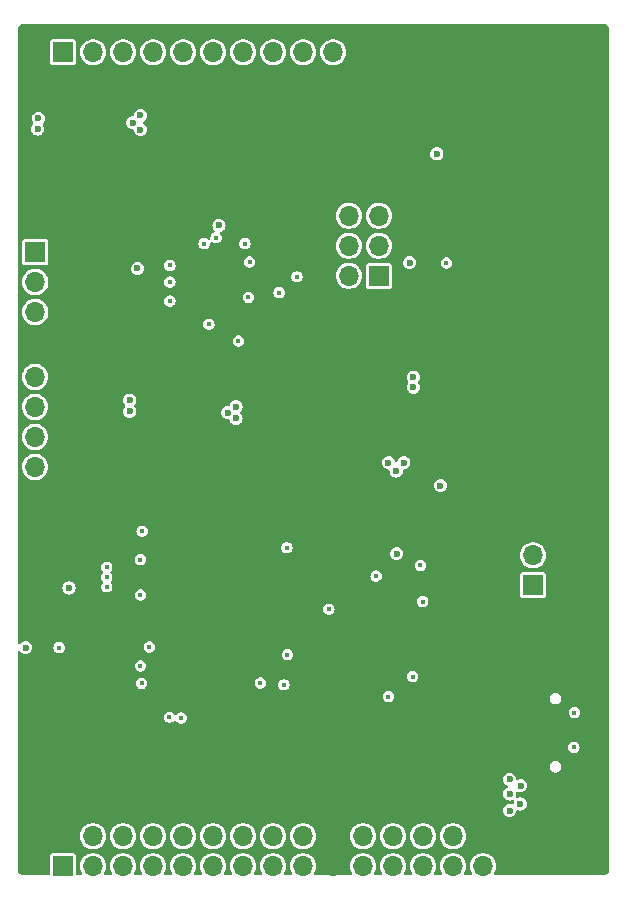
<source format=gbr>
%TF.GenerationSoftware,KiCad,Pcbnew,8.0.4-8.0.4-0~ubuntu22.04.1*%
%TF.CreationDate,2024-09-01T23:10:33+08:00*%
%TF.ProjectId,R820T_With_LCMXO2,52383230-545f-4576-9974-685f4c434d58,rev?*%
%TF.SameCoordinates,Original*%
%TF.FileFunction,Copper,L2,Inr*%
%TF.FilePolarity,Positive*%
%FSLAX46Y46*%
G04 Gerber Fmt 4.6, Leading zero omitted, Abs format (unit mm)*
G04 Created by KiCad (PCBNEW 8.0.4-8.0.4-0~ubuntu22.04.1) date 2024-09-01 23:10:33*
%MOMM*%
%LPD*%
G01*
G04 APERTURE LIST*
%TA.AperFunction,ComponentPad*%
%ADD10O,2.100000X1.000000*%
%TD*%
%TA.AperFunction,ComponentPad*%
%ADD11O,1.800000X1.000000*%
%TD*%
%TA.AperFunction,ComponentPad*%
%ADD12R,1.700000X1.700000*%
%TD*%
%TA.AperFunction,ComponentPad*%
%ADD13O,1.700000X1.700000*%
%TD*%
%TA.AperFunction,ViaPad*%
%ADD14C,0.450000*%
%TD*%
%TA.AperFunction,ViaPad*%
%ADD15C,0.600000*%
%TD*%
G04 APERTURE END LIST*
D10*
%TO.N,AGND*%
%TO.C,J1*%
X148444999Y-139765000D03*
D11*
X152644999Y-139765000D03*
D10*
X148444999Y-131125000D03*
D11*
X152644999Y-131125000D03*
%TD*%
D12*
%TO.N,MIXER_LO*%
%TO.C,J11*%
X134015000Y-96780000D03*
D13*
%TO.N,FPGA_LO*%
X131475000Y-96780000D03*
%TO.N,MIXER_LO*%
X134015000Y-94240000D03*
%TO.N,PLL_LO*%
X131475000Y-94240000D03*
%TO.N,MIXER_LO*%
X134015000Y-91700000D03*
%TO.N,EXT_LO*%
X131475000Y-91700000D03*
%TD*%
D12*
%TO.N,4350_SPI_CLK*%
%TO.C,J9*%
X104925000Y-94750000D03*
D13*
%TO.N,4350_SPI_DATA*%
X104925000Y-97290000D03*
%TO.N,4350_SPI_LE*%
X104925000Y-99830000D03*
%TD*%
D12*
%TO.N,AGND*%
%TO.C,J3*%
X104900000Y-115500000D03*
D13*
%TO.N,TDI*%
X104900000Y-112960000D03*
%TO.N,TDO*%
X104900000Y-110420000D03*
%TO.N,TCK*%
X104900000Y-107880000D03*
%TO.N,TMS*%
X104900000Y-105340000D03*
%TD*%
D12*
%TO.N,Net-(J2-In)*%
%TO.C,J8*%
X147075000Y-122975000D03*
D13*
%TO.N,ADC_IN*%
X147075000Y-120435000D03*
%TD*%
D12*
%TO.N,unconnected-(J5-Pin_1-Pad1)*%
%TO.C,J5*%
X107287113Y-77844521D03*
D13*
%TO.N,unconnected-(J5-Pin_2-Pad2)*%
X109827113Y-77844521D03*
%TO.N,unconnected-(J5-Pin_3-Pad3)*%
X112367113Y-77844521D03*
%TO.N,unconnected-(J5-Pin_4-Pad4)*%
X114907113Y-77844521D03*
%TO.N,unconnected-(J5-Pin_5-Pad5)*%
X117447113Y-77844521D03*
%TO.N,unconnected-(J5-Pin_6-Pad6)*%
X119987113Y-77844521D03*
%TO.N,unconnected-(J5-Pin_7-Pad7)*%
X122527113Y-77844521D03*
%TO.N,unconnected-(J5-Pin_8-Pad8)*%
X125067113Y-77844521D03*
%TO.N,unconnected-(J5-Pin_9-Pad9)*%
X127607113Y-77844521D03*
%TO.N,unconnected-(J5-Pin_10-Pad10)*%
X130147113Y-77844521D03*
%TD*%
D12*
%TO.N,unconnected-(J7-Pin_1-Pad1)*%
%TO.C,J7*%
X107273600Y-146756254D03*
D13*
%TO.N,AGND*%
X107273600Y-144216254D03*
%TO.N,UART0_TXD*%
X109813600Y-146756254D03*
%TO.N,GPIO73*%
X109813600Y-144216254D03*
%TO.N,UART0_RXD*%
X112353600Y-146756254D03*
%TO.N,GPIO72*%
X112353600Y-144216254D03*
%TO.N,unconnected-(J7-Pin_7-Pad7)*%
X114893600Y-146756254D03*
%TO.N,GPIO75*%
X114893600Y-144216254D03*
%TO.N,unconnected-(J7-Pin_9-Pad9)*%
X117433600Y-146756254D03*
%TO.N,GPIO74*%
X117433600Y-144216254D03*
%TO.N,unconnected-(J7-Pin_11-Pad11)*%
X119973600Y-146756254D03*
%TO.N,unconnected-(J7-Pin_12-Pad12)*%
X119973600Y-144216254D03*
%TO.N,unconnected-(J7-Pin_13-Pad13)*%
X122513600Y-146756254D03*
%TO.N,unconnected-(J7-Pin_14-Pad14)*%
X122513600Y-144216254D03*
%TO.N,GPIO69*%
X125053600Y-146756254D03*
%TO.N,GPIO85*%
X125053600Y-144216254D03*
%TO.N,GPIO70*%
X127593600Y-146756254D03*
%TO.N,GPIO84*%
X127593600Y-144216254D03*
%TO.N,AGND*%
X130133600Y-146756254D03*
X130133600Y-144216254D03*
%TO.N,GPIO60*%
X132673600Y-146756254D03*
%TO.N,GPIO63*%
X132673600Y-144216254D03*
%TO.N,GPIO64*%
X135213600Y-146756254D03*
%TO.N,GPIO61*%
X135213600Y-144216254D03*
%TO.N,GPIO67*%
X137753600Y-146756254D03*
%TO.N,GPIO62*%
X137753600Y-144216254D03*
%TO.N,GPIO65*%
X140293600Y-146756254D03*
%TO.N,GPIO66*%
X140293600Y-144216254D03*
%TO.N,VCC*%
X142833600Y-146756254D03*
%TO.N,AGND*%
X142833600Y-144216254D03*
%TD*%
D14*
%TO.N,DONE*%
X106950000Y-128260000D03*
X114575000Y-128200000D03*
%TO.N,+3V3_D*%
X113825000Y-129800000D03*
X125975000Y-131400000D03*
D15*
X104097890Y-128258842D03*
D14*
X113825000Y-123800000D03*
X123975000Y-131250000D03*
D15*
X121925000Y-107850000D03*
D14*
X113920945Y-131274897D03*
X113825000Y-120800000D03*
D15*
X107775000Y-123200000D03*
D14*
X126275000Y-128850000D03*
D15*
X121225000Y-108350000D03*
X121925000Y-108850000D03*
D14*
X113975000Y-118400000D03*
X126225000Y-119800000D03*
D15*
%TO.N,VCC*%
X138925000Y-86450000D03*
X145975000Y-141500000D03*
X146025000Y-139950000D03*
X105125000Y-84350000D03*
X136925000Y-105350000D03*
X136925000Y-106200000D03*
X145075000Y-139400000D03*
X136625000Y-95650000D03*
X112925000Y-107300000D03*
X139225000Y-114550000D03*
X145075000Y-142050000D03*
X145075000Y-140650000D03*
X105175000Y-83450000D03*
X112925000Y-108250000D03*
D14*
%TO.N,+3V3_A*%
X137525000Y-121300000D03*
D15*
X136125000Y-112600000D03*
X135475000Y-113300000D03*
X134825000Y-112600000D03*
D14*
X137725000Y-124350000D03*
X134825000Y-132400000D03*
D15*
X135525000Y-120300000D03*
D14*
%TO.N,AGND*%
X119925000Y-107150000D03*
X122825000Y-103850000D03*
D15*
X118825000Y-97700000D03*
D14*
X146575000Y-77350000D03*
D15*
X115375000Y-122250000D03*
D14*
X147775000Y-114950000D03*
X117875000Y-90900000D03*
X151475000Y-125900000D03*
D15*
X115475000Y-130600000D03*
D14*
X133525000Y-104400000D03*
X148475000Y-113300000D03*
D15*
X120925000Y-97750000D03*
D14*
X133775000Y-120750000D03*
X130625000Y-129550000D03*
X112975000Y-110050000D03*
D15*
X109325000Y-123250000D03*
D14*
X117575000Y-104750000D03*
X112975000Y-109300000D03*
X146275000Y-85200000D03*
X143375000Y-123350000D03*
X122625000Y-90900000D03*
X114875000Y-90850000D03*
X152275000Y-77400000D03*
X112175000Y-82100000D03*
X143225000Y-87950000D03*
D15*
X148975000Y-95000000D03*
D14*
X147725000Y-115800000D03*
X143875000Y-106750000D03*
X112225000Y-87350000D03*
X146375000Y-126400000D03*
D15*
X118825000Y-96600000D03*
D14*
X151525000Y-120300000D03*
X123975000Y-113100000D03*
D15*
X143075000Y-137800000D03*
D14*
X146975000Y-113250000D03*
X147675000Y-113300000D03*
X137425000Y-127700000D03*
X136525000Y-134900000D03*
X126925000Y-99700000D03*
X107025000Y-86250000D03*
D15*
X124675000Y-120850000D03*
D14*
X143875000Y-104050000D03*
X147775000Y-85200000D03*
D15*
X119925000Y-96650000D03*
X103925000Y-126550000D03*
X115425000Y-119300000D03*
D14*
X143475000Y-91450000D03*
D15*
X112125000Y-99450000D03*
D14*
X119925000Y-112100000D03*
X116425000Y-90900000D03*
X131825000Y-111600000D03*
D15*
X124725000Y-129700000D03*
D14*
X137825000Y-94050000D03*
D15*
X110975000Y-92950000D03*
D14*
X139875000Y-98900000D03*
X137625000Y-123050000D03*
X134425000Y-104400000D03*
X137375000Y-111650000D03*
X107025000Y-85650000D03*
X147025000Y-85200000D03*
D15*
X119925000Y-97700000D03*
X120925000Y-96650000D03*
D14*
X133425000Y-77450000D03*
X139175000Y-77300000D03*
%TO.N,Net-(J1-CC1)*%
X150525000Y-136700000D03*
%TO.N,Net-(J1-CC2)*%
X150575000Y-133750000D03*
%TO.N,ADC_CLK*%
X136875000Y-130700000D03*
X129775000Y-125000000D03*
%TO.N,GPIO84*%
X117275000Y-134200000D03*
%TO.N,GPIO85*%
X116275000Y-134150000D03*
%TO.N,Net-(U3-DVDD)*%
X133775000Y-122200000D03*
%TO.N,Net-(U5-VCC)*%
X139725000Y-95700000D03*
%TO.N,+3V3_PLL*%
X116325000Y-98900000D03*
D15*
X113175000Y-83800000D03*
X120475000Y-92500000D03*
X113825000Y-83200000D03*
D14*
X116325000Y-97300000D03*
D15*
X113825000Y-84400000D03*
D14*
X119625000Y-100875000D03*
X116325000Y-95900000D03*
D15*
X113575000Y-96150000D03*
D14*
X122975000Y-98600000D03*
%TO.N,Net-(U7-RSET)*%
X119225000Y-94050000D03*
%TO.N,4350_SPI_CLK*%
X110975000Y-121450000D03*
%TO.N,4350_SPI_DATA*%
X110975000Y-122300000D03*
%TO.N,+3V3_PLL_VCO*%
X123075000Y-95600000D03*
X122675000Y-94050000D03*
%TO.N,4350_SPI_LE*%
X110975000Y-123100000D03*
%TO.N,Net-(U7-VTUNE)*%
X122125000Y-102300000D03*
X120225000Y-93550000D03*
%TO.N,Net-(C61-Pad1)*%
X125575000Y-98200000D03*
%TO.N,Net-(C62-Pad1)*%
X127075000Y-96850000D03*
%TD*%
%TA.AperFunction,Conductor*%
%TO.N,AGND*%
G36*
X153032028Y-75451291D02*
G01*
X153122042Y-75461434D01*
X153149546Y-75467712D01*
X153228327Y-75495278D01*
X153253747Y-75507520D01*
X153324414Y-75551923D01*
X153346472Y-75569514D01*
X153405485Y-75628527D01*
X153423077Y-75650586D01*
X153467478Y-75721250D01*
X153479721Y-75746672D01*
X153507287Y-75825453D01*
X153513565Y-75852958D01*
X153523708Y-75942970D01*
X153524500Y-75957079D01*
X153524500Y-146992920D01*
X153523708Y-147007029D01*
X153513565Y-147097041D01*
X153507287Y-147124546D01*
X153479721Y-147203327D01*
X153467478Y-147228749D01*
X153423077Y-147299413D01*
X153405485Y-147321472D01*
X153346472Y-147380485D01*
X153324413Y-147398077D01*
X153253749Y-147442478D01*
X153228327Y-147454721D01*
X153149546Y-147482287D01*
X153122041Y-147488565D01*
X153046291Y-147497100D01*
X153032027Y-147498708D01*
X153017921Y-147499500D01*
X143900858Y-147499500D01*
X143832737Y-147479498D01*
X143786244Y-147425842D01*
X143776140Y-147355568D01*
X143788067Y-147317337D01*
X143796992Y-147299413D01*
X143867928Y-147156955D01*
X143923945Y-146960075D01*
X143942832Y-146756254D01*
X143923945Y-146552433D01*
X143867928Y-146355553D01*
X143776688Y-146172319D01*
X143736138Y-146118622D01*
X143653333Y-146008969D01*
X143502063Y-145871068D01*
X143328033Y-145763313D01*
X143328028Y-145763311D01*
X143328027Y-145763310D01*
X143328022Y-145763308D01*
X143137159Y-145689367D01*
X143137160Y-145689367D01*
X143137157Y-145689366D01*
X143137156Y-145689366D01*
X142935947Y-145651754D01*
X142731253Y-145651754D01*
X142530044Y-145689366D01*
X142530039Y-145689367D01*
X142339177Y-145763308D01*
X142339166Y-145763313D01*
X142165136Y-145871068D01*
X142013866Y-146008969D01*
X141890513Y-146172317D01*
X141799271Y-146355555D01*
X141743254Y-146552434D01*
X141724368Y-146756249D01*
X141724368Y-146756258D01*
X141743254Y-146960073D01*
X141782225Y-147097040D01*
X141799272Y-147156955D01*
X141870208Y-147299413D01*
X141879133Y-147317337D01*
X141891591Y-147387232D01*
X141864285Y-147452767D01*
X141805882Y-147493135D01*
X141766342Y-147499500D01*
X141360858Y-147499500D01*
X141292737Y-147479498D01*
X141246244Y-147425842D01*
X141236140Y-147355568D01*
X141248067Y-147317337D01*
X141256992Y-147299413D01*
X141327928Y-147156955D01*
X141383945Y-146960075D01*
X141402832Y-146756254D01*
X141383945Y-146552433D01*
X141327928Y-146355553D01*
X141236688Y-146172319D01*
X141196138Y-146118622D01*
X141113333Y-146008969D01*
X140962063Y-145871068D01*
X140788033Y-145763313D01*
X140788028Y-145763311D01*
X140788027Y-145763310D01*
X140788022Y-145763308D01*
X140597159Y-145689367D01*
X140597160Y-145689367D01*
X140597157Y-145689366D01*
X140597156Y-145689366D01*
X140395947Y-145651754D01*
X140191253Y-145651754D01*
X139990044Y-145689366D01*
X139990039Y-145689367D01*
X139799177Y-145763308D01*
X139799166Y-145763313D01*
X139625136Y-145871068D01*
X139473866Y-146008969D01*
X139350513Y-146172317D01*
X139259271Y-146355555D01*
X139203254Y-146552434D01*
X139184368Y-146756249D01*
X139184368Y-146756258D01*
X139203254Y-146960073D01*
X139242225Y-147097040D01*
X139259272Y-147156955D01*
X139330208Y-147299413D01*
X139339133Y-147317337D01*
X139351591Y-147387232D01*
X139324285Y-147452767D01*
X139265882Y-147493135D01*
X139226342Y-147499500D01*
X138820858Y-147499500D01*
X138752737Y-147479498D01*
X138706244Y-147425842D01*
X138696140Y-147355568D01*
X138708067Y-147317337D01*
X138716992Y-147299413D01*
X138787928Y-147156955D01*
X138843945Y-146960075D01*
X138862832Y-146756254D01*
X138843945Y-146552433D01*
X138787928Y-146355553D01*
X138696688Y-146172319D01*
X138656138Y-146118622D01*
X138573333Y-146008969D01*
X138422063Y-145871068D01*
X138248033Y-145763313D01*
X138248028Y-145763311D01*
X138248027Y-145763310D01*
X138248022Y-145763308D01*
X138057159Y-145689367D01*
X138057160Y-145689367D01*
X138057157Y-145689366D01*
X138057156Y-145689366D01*
X137855947Y-145651754D01*
X137651253Y-145651754D01*
X137450044Y-145689366D01*
X137450039Y-145689367D01*
X137259177Y-145763308D01*
X137259166Y-145763313D01*
X137085136Y-145871068D01*
X136933866Y-146008969D01*
X136810513Y-146172317D01*
X136719271Y-146355555D01*
X136663254Y-146552434D01*
X136644368Y-146756249D01*
X136644368Y-146756258D01*
X136663254Y-146960073D01*
X136702225Y-147097040D01*
X136719272Y-147156955D01*
X136790208Y-147299413D01*
X136799133Y-147317337D01*
X136811591Y-147387232D01*
X136784285Y-147452767D01*
X136725882Y-147493135D01*
X136686342Y-147499500D01*
X136280858Y-147499500D01*
X136212737Y-147479498D01*
X136166244Y-147425842D01*
X136156140Y-147355568D01*
X136168067Y-147317337D01*
X136176992Y-147299413D01*
X136247928Y-147156955D01*
X136303945Y-146960075D01*
X136322832Y-146756254D01*
X136303945Y-146552433D01*
X136247928Y-146355553D01*
X136156688Y-146172319D01*
X136116138Y-146118622D01*
X136033333Y-146008969D01*
X135882063Y-145871068D01*
X135708033Y-145763313D01*
X135708028Y-145763311D01*
X135708027Y-145763310D01*
X135708022Y-145763308D01*
X135517159Y-145689367D01*
X135517160Y-145689367D01*
X135517157Y-145689366D01*
X135517156Y-145689366D01*
X135315947Y-145651754D01*
X135111253Y-145651754D01*
X134910044Y-145689366D01*
X134910039Y-145689367D01*
X134719177Y-145763308D01*
X134719166Y-145763313D01*
X134545136Y-145871068D01*
X134393866Y-146008969D01*
X134270513Y-146172317D01*
X134179271Y-146355555D01*
X134123254Y-146552434D01*
X134104368Y-146756249D01*
X134104368Y-146756258D01*
X134123254Y-146960073D01*
X134162225Y-147097040D01*
X134179272Y-147156955D01*
X134250208Y-147299413D01*
X134259133Y-147317337D01*
X134271591Y-147387232D01*
X134244285Y-147452767D01*
X134185882Y-147493135D01*
X134146342Y-147499500D01*
X133740858Y-147499500D01*
X133672737Y-147479498D01*
X133626244Y-147425842D01*
X133616140Y-147355568D01*
X133628067Y-147317337D01*
X133636992Y-147299413D01*
X133707928Y-147156955D01*
X133763945Y-146960075D01*
X133782832Y-146756254D01*
X133763945Y-146552433D01*
X133707928Y-146355553D01*
X133616688Y-146172319D01*
X133576138Y-146118622D01*
X133493333Y-146008969D01*
X133342063Y-145871068D01*
X133168033Y-145763313D01*
X133168028Y-145763311D01*
X133168027Y-145763310D01*
X133168022Y-145763308D01*
X132977159Y-145689367D01*
X132977160Y-145689367D01*
X132977157Y-145689366D01*
X132977156Y-145689366D01*
X132775947Y-145651754D01*
X132571253Y-145651754D01*
X132370044Y-145689366D01*
X132370039Y-145689367D01*
X132179177Y-145763308D01*
X132179166Y-145763313D01*
X132005136Y-145871068D01*
X131853866Y-146008969D01*
X131730513Y-146172317D01*
X131639271Y-146355555D01*
X131583254Y-146552434D01*
X131564368Y-146756249D01*
X131564368Y-146756258D01*
X131583254Y-146960073D01*
X131622225Y-147097040D01*
X131639272Y-147156955D01*
X131710208Y-147299413D01*
X131719133Y-147317337D01*
X131731591Y-147387232D01*
X131704285Y-147452767D01*
X131645882Y-147493135D01*
X131606342Y-147499500D01*
X128660858Y-147499500D01*
X128592737Y-147479498D01*
X128546244Y-147425842D01*
X128536140Y-147355568D01*
X128548067Y-147317337D01*
X128556992Y-147299413D01*
X128627928Y-147156955D01*
X128683945Y-146960075D01*
X128702832Y-146756254D01*
X128683945Y-146552433D01*
X128627928Y-146355553D01*
X128536688Y-146172319D01*
X128496138Y-146118622D01*
X128413333Y-146008969D01*
X128262063Y-145871068D01*
X128088033Y-145763313D01*
X128088028Y-145763311D01*
X128088027Y-145763310D01*
X128088022Y-145763308D01*
X127897159Y-145689367D01*
X127897160Y-145689367D01*
X127897157Y-145689366D01*
X127897156Y-145689366D01*
X127695947Y-145651754D01*
X127491253Y-145651754D01*
X127290044Y-145689366D01*
X127290039Y-145689367D01*
X127099177Y-145763308D01*
X127099166Y-145763313D01*
X126925136Y-145871068D01*
X126773866Y-146008969D01*
X126650513Y-146172317D01*
X126559271Y-146355555D01*
X126503254Y-146552434D01*
X126484368Y-146756249D01*
X126484368Y-146756258D01*
X126503254Y-146960073D01*
X126542225Y-147097040D01*
X126559272Y-147156955D01*
X126630208Y-147299413D01*
X126639133Y-147317337D01*
X126651591Y-147387232D01*
X126624285Y-147452767D01*
X126565882Y-147493135D01*
X126526342Y-147499500D01*
X126120858Y-147499500D01*
X126052737Y-147479498D01*
X126006244Y-147425842D01*
X125996140Y-147355568D01*
X126008067Y-147317337D01*
X126016992Y-147299413D01*
X126087928Y-147156955D01*
X126143945Y-146960075D01*
X126162832Y-146756254D01*
X126143945Y-146552433D01*
X126087928Y-146355553D01*
X125996688Y-146172319D01*
X125956138Y-146118622D01*
X125873333Y-146008969D01*
X125722063Y-145871068D01*
X125548033Y-145763313D01*
X125548028Y-145763311D01*
X125548027Y-145763310D01*
X125548022Y-145763308D01*
X125357159Y-145689367D01*
X125357160Y-145689367D01*
X125357157Y-145689366D01*
X125357156Y-145689366D01*
X125155947Y-145651754D01*
X124951253Y-145651754D01*
X124750044Y-145689366D01*
X124750039Y-145689367D01*
X124559177Y-145763308D01*
X124559166Y-145763313D01*
X124385136Y-145871068D01*
X124233866Y-146008969D01*
X124110513Y-146172317D01*
X124019271Y-146355555D01*
X123963254Y-146552434D01*
X123944368Y-146756249D01*
X123944368Y-146756258D01*
X123963254Y-146960073D01*
X124002225Y-147097040D01*
X124019272Y-147156955D01*
X124090208Y-147299413D01*
X124099133Y-147317337D01*
X124111591Y-147387232D01*
X124084285Y-147452767D01*
X124025882Y-147493135D01*
X123986342Y-147499500D01*
X123580858Y-147499500D01*
X123512737Y-147479498D01*
X123466244Y-147425842D01*
X123456140Y-147355568D01*
X123468067Y-147317337D01*
X123476992Y-147299413D01*
X123547928Y-147156955D01*
X123603945Y-146960075D01*
X123622832Y-146756254D01*
X123603945Y-146552433D01*
X123547928Y-146355553D01*
X123456688Y-146172319D01*
X123416138Y-146118622D01*
X123333333Y-146008969D01*
X123182063Y-145871068D01*
X123008033Y-145763313D01*
X123008028Y-145763311D01*
X123008027Y-145763310D01*
X123008022Y-145763308D01*
X122817159Y-145689367D01*
X122817160Y-145689367D01*
X122817157Y-145689366D01*
X122817156Y-145689366D01*
X122615947Y-145651754D01*
X122411253Y-145651754D01*
X122210044Y-145689366D01*
X122210039Y-145689367D01*
X122019177Y-145763308D01*
X122019166Y-145763313D01*
X121845136Y-145871068D01*
X121693866Y-146008969D01*
X121570513Y-146172317D01*
X121479271Y-146355555D01*
X121423254Y-146552434D01*
X121404368Y-146756249D01*
X121404368Y-146756258D01*
X121423254Y-146960073D01*
X121462225Y-147097040D01*
X121479272Y-147156955D01*
X121550208Y-147299413D01*
X121559133Y-147317337D01*
X121571591Y-147387232D01*
X121544285Y-147452767D01*
X121485882Y-147493135D01*
X121446342Y-147499500D01*
X121040858Y-147499500D01*
X120972737Y-147479498D01*
X120926244Y-147425842D01*
X120916140Y-147355568D01*
X120928067Y-147317337D01*
X120936992Y-147299413D01*
X121007928Y-147156955D01*
X121063945Y-146960075D01*
X121082832Y-146756254D01*
X121063945Y-146552433D01*
X121007928Y-146355553D01*
X120916688Y-146172319D01*
X120876138Y-146118622D01*
X120793333Y-146008969D01*
X120642063Y-145871068D01*
X120468033Y-145763313D01*
X120468028Y-145763311D01*
X120468027Y-145763310D01*
X120468022Y-145763308D01*
X120277159Y-145689367D01*
X120277160Y-145689367D01*
X120277157Y-145689366D01*
X120277156Y-145689366D01*
X120075947Y-145651754D01*
X119871253Y-145651754D01*
X119670044Y-145689366D01*
X119670039Y-145689367D01*
X119479177Y-145763308D01*
X119479166Y-145763313D01*
X119305136Y-145871068D01*
X119153866Y-146008969D01*
X119030513Y-146172317D01*
X118939271Y-146355555D01*
X118883254Y-146552434D01*
X118864368Y-146756249D01*
X118864368Y-146756258D01*
X118883254Y-146960073D01*
X118922225Y-147097040D01*
X118939272Y-147156955D01*
X119010208Y-147299413D01*
X119019133Y-147317337D01*
X119031591Y-147387232D01*
X119004285Y-147452767D01*
X118945882Y-147493135D01*
X118906342Y-147499500D01*
X118500858Y-147499500D01*
X118432737Y-147479498D01*
X118386244Y-147425842D01*
X118376140Y-147355568D01*
X118388067Y-147317337D01*
X118396992Y-147299413D01*
X118467928Y-147156955D01*
X118523945Y-146960075D01*
X118542832Y-146756254D01*
X118523945Y-146552433D01*
X118467928Y-146355553D01*
X118376688Y-146172319D01*
X118336138Y-146118622D01*
X118253333Y-146008969D01*
X118102063Y-145871068D01*
X117928033Y-145763313D01*
X117928028Y-145763311D01*
X117928027Y-145763310D01*
X117928022Y-145763308D01*
X117737159Y-145689367D01*
X117737160Y-145689367D01*
X117737157Y-145689366D01*
X117737156Y-145689366D01*
X117535947Y-145651754D01*
X117331253Y-145651754D01*
X117130044Y-145689366D01*
X117130039Y-145689367D01*
X116939177Y-145763308D01*
X116939166Y-145763313D01*
X116765136Y-145871068D01*
X116613866Y-146008969D01*
X116490513Y-146172317D01*
X116399271Y-146355555D01*
X116343254Y-146552434D01*
X116324368Y-146756249D01*
X116324368Y-146756258D01*
X116343254Y-146960073D01*
X116382225Y-147097040D01*
X116399272Y-147156955D01*
X116470208Y-147299413D01*
X116479133Y-147317337D01*
X116491591Y-147387232D01*
X116464285Y-147452767D01*
X116405882Y-147493135D01*
X116366342Y-147499500D01*
X115960858Y-147499500D01*
X115892737Y-147479498D01*
X115846244Y-147425842D01*
X115836140Y-147355568D01*
X115848067Y-147317337D01*
X115856992Y-147299413D01*
X115927928Y-147156955D01*
X115983945Y-146960075D01*
X116002832Y-146756254D01*
X115983945Y-146552433D01*
X115927928Y-146355553D01*
X115836688Y-146172319D01*
X115796138Y-146118622D01*
X115713333Y-146008969D01*
X115562063Y-145871068D01*
X115388033Y-145763313D01*
X115388028Y-145763311D01*
X115388027Y-145763310D01*
X115388022Y-145763308D01*
X115197159Y-145689367D01*
X115197160Y-145689367D01*
X115197157Y-145689366D01*
X115197156Y-145689366D01*
X114995947Y-145651754D01*
X114791253Y-145651754D01*
X114590044Y-145689366D01*
X114590039Y-145689367D01*
X114399177Y-145763308D01*
X114399166Y-145763313D01*
X114225136Y-145871068D01*
X114073866Y-146008969D01*
X113950513Y-146172317D01*
X113859271Y-146355555D01*
X113803254Y-146552434D01*
X113784368Y-146756249D01*
X113784368Y-146756258D01*
X113803254Y-146960073D01*
X113842225Y-147097040D01*
X113859272Y-147156955D01*
X113930208Y-147299413D01*
X113939133Y-147317337D01*
X113951591Y-147387232D01*
X113924285Y-147452767D01*
X113865882Y-147493135D01*
X113826342Y-147499500D01*
X113420858Y-147499500D01*
X113352737Y-147479498D01*
X113306244Y-147425842D01*
X113296140Y-147355568D01*
X113308067Y-147317337D01*
X113316992Y-147299413D01*
X113387928Y-147156955D01*
X113443945Y-146960075D01*
X113462832Y-146756254D01*
X113443945Y-146552433D01*
X113387928Y-146355553D01*
X113296688Y-146172319D01*
X113256138Y-146118622D01*
X113173333Y-146008969D01*
X113022063Y-145871068D01*
X112848033Y-145763313D01*
X112848028Y-145763311D01*
X112848027Y-145763310D01*
X112848022Y-145763308D01*
X112657159Y-145689367D01*
X112657160Y-145689367D01*
X112657157Y-145689366D01*
X112657156Y-145689366D01*
X112455947Y-145651754D01*
X112251253Y-145651754D01*
X112050044Y-145689366D01*
X112050039Y-145689367D01*
X111859177Y-145763308D01*
X111859166Y-145763313D01*
X111685136Y-145871068D01*
X111533866Y-146008969D01*
X111410513Y-146172317D01*
X111319271Y-146355555D01*
X111263254Y-146552434D01*
X111244368Y-146756249D01*
X111244368Y-146756258D01*
X111263254Y-146960073D01*
X111302225Y-147097040D01*
X111319272Y-147156955D01*
X111390208Y-147299413D01*
X111399133Y-147317337D01*
X111411591Y-147387232D01*
X111384285Y-147452767D01*
X111325882Y-147493135D01*
X111286342Y-147499500D01*
X110880858Y-147499500D01*
X110812737Y-147479498D01*
X110766244Y-147425842D01*
X110756140Y-147355568D01*
X110768067Y-147317337D01*
X110776992Y-147299413D01*
X110847928Y-147156955D01*
X110903945Y-146960075D01*
X110922832Y-146756254D01*
X110903945Y-146552433D01*
X110847928Y-146355553D01*
X110756688Y-146172319D01*
X110716138Y-146118622D01*
X110633333Y-146008969D01*
X110482063Y-145871068D01*
X110308033Y-145763313D01*
X110308028Y-145763311D01*
X110308027Y-145763310D01*
X110308022Y-145763308D01*
X110117159Y-145689367D01*
X110117160Y-145689367D01*
X110117157Y-145689366D01*
X110117156Y-145689366D01*
X109915947Y-145651754D01*
X109711253Y-145651754D01*
X109510044Y-145689366D01*
X109510039Y-145689367D01*
X109319177Y-145763308D01*
X109319166Y-145763313D01*
X109145136Y-145871068D01*
X108993866Y-146008969D01*
X108870513Y-146172317D01*
X108779271Y-146355555D01*
X108723254Y-146552434D01*
X108704368Y-146756249D01*
X108704368Y-146756258D01*
X108723254Y-146960073D01*
X108762225Y-147097040D01*
X108779272Y-147156955D01*
X108850208Y-147299413D01*
X108859133Y-147317337D01*
X108871591Y-147387232D01*
X108844285Y-147452767D01*
X108785882Y-147493135D01*
X108746342Y-147499500D01*
X108504100Y-147499500D01*
X108435979Y-147479498D01*
X108389486Y-147425842D01*
X108378100Y-147373500D01*
X108378099Y-145881190D01*
X108378098Y-145881180D01*
X108363334Y-145806953D01*
X108307083Y-145722769D01*
X108222902Y-145666520D01*
X108148667Y-145651754D01*
X106398536Y-145651754D01*
X106398526Y-145651755D01*
X106324299Y-145666519D01*
X106240115Y-145722770D01*
X106183866Y-145806951D01*
X106169100Y-145881184D01*
X106169100Y-145881188D01*
X106169101Y-147373500D01*
X106149099Y-147441621D01*
X106095443Y-147488114D01*
X106043101Y-147499500D01*
X103932079Y-147499500D01*
X103917972Y-147498708D01*
X103901295Y-147496829D01*
X103827958Y-147488565D01*
X103800453Y-147482287D01*
X103721672Y-147454721D01*
X103696250Y-147442478D01*
X103625586Y-147398077D01*
X103603527Y-147380485D01*
X103544514Y-147321472D01*
X103526922Y-147299413D01*
X103482521Y-147228749D01*
X103470278Y-147203327D01*
X103442712Y-147124546D01*
X103436434Y-147097040D01*
X103426292Y-147007028D01*
X103425500Y-146992920D01*
X103425500Y-144216249D01*
X108704368Y-144216249D01*
X108704368Y-144216258D01*
X108723254Y-144420073D01*
X108723255Y-144420075D01*
X108779272Y-144616955D01*
X108870512Y-144800189D01*
X108870513Y-144800190D01*
X108993866Y-144963538D01*
X109145136Y-145101439D01*
X109319166Y-145209194D01*
X109319168Y-145209194D01*
X109319173Y-145209198D01*
X109510044Y-145283142D01*
X109711253Y-145320754D01*
X109711255Y-145320754D01*
X109915945Y-145320754D01*
X109915947Y-145320754D01*
X110117156Y-145283142D01*
X110308027Y-145209198D01*
X110482062Y-145101440D01*
X110633332Y-144963539D01*
X110756688Y-144800189D01*
X110847928Y-144616955D01*
X110903945Y-144420075D01*
X110922832Y-144216254D01*
X110922832Y-144216249D01*
X111244368Y-144216249D01*
X111244368Y-144216258D01*
X111263254Y-144420073D01*
X111263255Y-144420075D01*
X111319272Y-144616955D01*
X111410512Y-144800189D01*
X111410513Y-144800190D01*
X111533866Y-144963538D01*
X111685136Y-145101439D01*
X111859166Y-145209194D01*
X111859168Y-145209194D01*
X111859173Y-145209198D01*
X112050044Y-145283142D01*
X112251253Y-145320754D01*
X112251255Y-145320754D01*
X112455945Y-145320754D01*
X112455947Y-145320754D01*
X112657156Y-145283142D01*
X112848027Y-145209198D01*
X113022062Y-145101440D01*
X113173332Y-144963539D01*
X113296688Y-144800189D01*
X113387928Y-144616955D01*
X113443945Y-144420075D01*
X113462832Y-144216254D01*
X113462832Y-144216249D01*
X113784368Y-144216249D01*
X113784368Y-144216258D01*
X113803254Y-144420073D01*
X113803255Y-144420075D01*
X113859272Y-144616955D01*
X113950512Y-144800189D01*
X113950513Y-144800190D01*
X114073866Y-144963538D01*
X114225136Y-145101439D01*
X114399166Y-145209194D01*
X114399168Y-145209194D01*
X114399173Y-145209198D01*
X114590044Y-145283142D01*
X114791253Y-145320754D01*
X114791255Y-145320754D01*
X114995945Y-145320754D01*
X114995947Y-145320754D01*
X115197156Y-145283142D01*
X115388027Y-145209198D01*
X115562062Y-145101440D01*
X115713332Y-144963539D01*
X115836688Y-144800189D01*
X115927928Y-144616955D01*
X115983945Y-144420075D01*
X116002832Y-144216254D01*
X116002832Y-144216249D01*
X116324368Y-144216249D01*
X116324368Y-144216258D01*
X116343254Y-144420073D01*
X116343255Y-144420075D01*
X116399272Y-144616955D01*
X116490512Y-144800189D01*
X116490513Y-144800190D01*
X116613866Y-144963538D01*
X116765136Y-145101439D01*
X116939166Y-145209194D01*
X116939168Y-145209194D01*
X116939173Y-145209198D01*
X117130044Y-145283142D01*
X117331253Y-145320754D01*
X117331255Y-145320754D01*
X117535945Y-145320754D01*
X117535947Y-145320754D01*
X117737156Y-145283142D01*
X117928027Y-145209198D01*
X118102062Y-145101440D01*
X118253332Y-144963539D01*
X118376688Y-144800189D01*
X118467928Y-144616955D01*
X118523945Y-144420075D01*
X118542832Y-144216254D01*
X118542832Y-144216249D01*
X118864368Y-144216249D01*
X118864368Y-144216258D01*
X118883254Y-144420073D01*
X118883255Y-144420075D01*
X118939272Y-144616955D01*
X119030512Y-144800189D01*
X119030513Y-144800190D01*
X119153866Y-144963538D01*
X119305136Y-145101439D01*
X119479166Y-145209194D01*
X119479168Y-145209194D01*
X119479173Y-145209198D01*
X119670044Y-145283142D01*
X119871253Y-145320754D01*
X119871255Y-145320754D01*
X120075945Y-145320754D01*
X120075947Y-145320754D01*
X120277156Y-145283142D01*
X120468027Y-145209198D01*
X120642062Y-145101440D01*
X120793332Y-144963539D01*
X120916688Y-144800189D01*
X121007928Y-144616955D01*
X121063945Y-144420075D01*
X121082832Y-144216254D01*
X121082832Y-144216249D01*
X121404368Y-144216249D01*
X121404368Y-144216258D01*
X121423254Y-144420073D01*
X121423255Y-144420075D01*
X121479272Y-144616955D01*
X121570512Y-144800189D01*
X121570513Y-144800190D01*
X121693866Y-144963538D01*
X121845136Y-145101439D01*
X122019166Y-145209194D01*
X122019168Y-145209194D01*
X122019173Y-145209198D01*
X122210044Y-145283142D01*
X122411253Y-145320754D01*
X122411255Y-145320754D01*
X122615945Y-145320754D01*
X122615947Y-145320754D01*
X122817156Y-145283142D01*
X123008027Y-145209198D01*
X123182062Y-145101440D01*
X123333332Y-144963539D01*
X123456688Y-144800189D01*
X123547928Y-144616955D01*
X123603945Y-144420075D01*
X123622832Y-144216254D01*
X123622832Y-144216249D01*
X123944368Y-144216249D01*
X123944368Y-144216258D01*
X123963254Y-144420073D01*
X123963255Y-144420075D01*
X124019272Y-144616955D01*
X124110512Y-144800189D01*
X124110513Y-144800190D01*
X124233866Y-144963538D01*
X124385136Y-145101439D01*
X124559166Y-145209194D01*
X124559168Y-145209194D01*
X124559173Y-145209198D01*
X124750044Y-145283142D01*
X124951253Y-145320754D01*
X124951255Y-145320754D01*
X125155945Y-145320754D01*
X125155947Y-145320754D01*
X125357156Y-145283142D01*
X125548027Y-145209198D01*
X125722062Y-145101440D01*
X125873332Y-144963539D01*
X125996688Y-144800189D01*
X126087928Y-144616955D01*
X126143945Y-144420075D01*
X126162832Y-144216254D01*
X126162832Y-144216249D01*
X126484368Y-144216249D01*
X126484368Y-144216258D01*
X126503254Y-144420073D01*
X126503255Y-144420075D01*
X126559272Y-144616955D01*
X126650512Y-144800189D01*
X126650513Y-144800190D01*
X126773866Y-144963538D01*
X126925136Y-145101439D01*
X127099166Y-145209194D01*
X127099168Y-145209194D01*
X127099173Y-145209198D01*
X127290044Y-145283142D01*
X127491253Y-145320754D01*
X127491255Y-145320754D01*
X127695945Y-145320754D01*
X127695947Y-145320754D01*
X127897156Y-145283142D01*
X128088027Y-145209198D01*
X128262062Y-145101440D01*
X128413332Y-144963539D01*
X128536688Y-144800189D01*
X128627928Y-144616955D01*
X128683945Y-144420075D01*
X128702832Y-144216254D01*
X128702832Y-144216249D01*
X131564368Y-144216249D01*
X131564368Y-144216258D01*
X131583254Y-144420073D01*
X131583255Y-144420075D01*
X131639272Y-144616955D01*
X131730512Y-144800189D01*
X131730513Y-144800190D01*
X131853866Y-144963538D01*
X132005136Y-145101439D01*
X132179166Y-145209194D01*
X132179168Y-145209194D01*
X132179173Y-145209198D01*
X132370044Y-145283142D01*
X132571253Y-145320754D01*
X132571255Y-145320754D01*
X132775945Y-145320754D01*
X132775947Y-145320754D01*
X132977156Y-145283142D01*
X133168027Y-145209198D01*
X133342062Y-145101440D01*
X133493332Y-144963539D01*
X133616688Y-144800189D01*
X133707928Y-144616955D01*
X133763945Y-144420075D01*
X133782832Y-144216254D01*
X133782832Y-144216249D01*
X134104368Y-144216249D01*
X134104368Y-144216258D01*
X134123254Y-144420073D01*
X134123255Y-144420075D01*
X134179272Y-144616955D01*
X134270512Y-144800189D01*
X134270513Y-144800190D01*
X134393866Y-144963538D01*
X134545136Y-145101439D01*
X134719166Y-145209194D01*
X134719168Y-145209194D01*
X134719173Y-145209198D01*
X134910044Y-145283142D01*
X135111253Y-145320754D01*
X135111255Y-145320754D01*
X135315945Y-145320754D01*
X135315947Y-145320754D01*
X135517156Y-145283142D01*
X135708027Y-145209198D01*
X135882062Y-145101440D01*
X136033332Y-144963539D01*
X136156688Y-144800189D01*
X136247928Y-144616955D01*
X136303945Y-144420075D01*
X136322832Y-144216254D01*
X136322832Y-144216249D01*
X136644368Y-144216249D01*
X136644368Y-144216258D01*
X136663254Y-144420073D01*
X136663255Y-144420075D01*
X136719272Y-144616955D01*
X136810512Y-144800189D01*
X136810513Y-144800190D01*
X136933866Y-144963538D01*
X137085136Y-145101439D01*
X137259166Y-145209194D01*
X137259168Y-145209194D01*
X137259173Y-145209198D01*
X137450044Y-145283142D01*
X137651253Y-145320754D01*
X137651255Y-145320754D01*
X137855945Y-145320754D01*
X137855947Y-145320754D01*
X138057156Y-145283142D01*
X138248027Y-145209198D01*
X138422062Y-145101440D01*
X138573332Y-144963539D01*
X138696688Y-144800189D01*
X138787928Y-144616955D01*
X138843945Y-144420075D01*
X138862832Y-144216254D01*
X138862832Y-144216249D01*
X139184368Y-144216249D01*
X139184368Y-144216258D01*
X139203254Y-144420073D01*
X139203255Y-144420075D01*
X139259272Y-144616955D01*
X139350512Y-144800189D01*
X139350513Y-144800190D01*
X139473866Y-144963538D01*
X139625136Y-145101439D01*
X139799166Y-145209194D01*
X139799168Y-145209194D01*
X139799173Y-145209198D01*
X139990044Y-145283142D01*
X140191253Y-145320754D01*
X140191255Y-145320754D01*
X140395945Y-145320754D01*
X140395947Y-145320754D01*
X140597156Y-145283142D01*
X140788027Y-145209198D01*
X140962062Y-145101440D01*
X141113332Y-144963539D01*
X141236688Y-144800189D01*
X141327928Y-144616955D01*
X141383945Y-144420075D01*
X141402832Y-144216254D01*
X141383945Y-144012433D01*
X141327928Y-143815553D01*
X141236688Y-143632319D01*
X141196138Y-143578622D01*
X141113333Y-143468969D01*
X140962063Y-143331068D01*
X140788033Y-143223313D01*
X140788028Y-143223311D01*
X140788027Y-143223310D01*
X140597159Y-143149367D01*
X140597160Y-143149367D01*
X140597157Y-143149366D01*
X140597156Y-143149366D01*
X140395947Y-143111754D01*
X140191253Y-143111754D01*
X139990044Y-143149366D01*
X139990039Y-143149367D01*
X139799177Y-143223308D01*
X139799166Y-143223313D01*
X139625136Y-143331068D01*
X139473866Y-143468969D01*
X139350513Y-143632317D01*
X139259271Y-143815555D01*
X139203254Y-144012434D01*
X139184368Y-144216249D01*
X138862832Y-144216249D01*
X138843945Y-144012433D01*
X138787928Y-143815553D01*
X138696688Y-143632319D01*
X138656138Y-143578622D01*
X138573333Y-143468969D01*
X138422063Y-143331068D01*
X138248033Y-143223313D01*
X138248028Y-143223311D01*
X138248027Y-143223310D01*
X138057159Y-143149367D01*
X138057160Y-143149367D01*
X138057157Y-143149366D01*
X138057156Y-143149366D01*
X137855947Y-143111754D01*
X137651253Y-143111754D01*
X137450044Y-143149366D01*
X137450039Y-143149367D01*
X137259177Y-143223308D01*
X137259166Y-143223313D01*
X137085136Y-143331068D01*
X136933866Y-143468969D01*
X136810513Y-143632317D01*
X136719271Y-143815555D01*
X136663254Y-144012434D01*
X136644368Y-144216249D01*
X136322832Y-144216249D01*
X136303945Y-144012433D01*
X136247928Y-143815553D01*
X136156688Y-143632319D01*
X136116138Y-143578622D01*
X136033333Y-143468969D01*
X135882063Y-143331068D01*
X135708033Y-143223313D01*
X135708028Y-143223311D01*
X135708027Y-143223310D01*
X135517159Y-143149367D01*
X135517160Y-143149367D01*
X135517157Y-143149366D01*
X135517156Y-143149366D01*
X135315947Y-143111754D01*
X135111253Y-143111754D01*
X134910044Y-143149366D01*
X134910039Y-143149367D01*
X134719177Y-143223308D01*
X134719166Y-143223313D01*
X134545136Y-143331068D01*
X134393866Y-143468969D01*
X134270513Y-143632317D01*
X134179271Y-143815555D01*
X134123254Y-144012434D01*
X134104368Y-144216249D01*
X133782832Y-144216249D01*
X133763945Y-144012433D01*
X133707928Y-143815553D01*
X133616688Y-143632319D01*
X133576138Y-143578622D01*
X133493333Y-143468969D01*
X133342063Y-143331068D01*
X133168033Y-143223313D01*
X133168028Y-143223311D01*
X133168027Y-143223310D01*
X132977159Y-143149367D01*
X132977160Y-143149367D01*
X132977157Y-143149366D01*
X132977156Y-143149366D01*
X132775947Y-143111754D01*
X132571253Y-143111754D01*
X132370044Y-143149366D01*
X132370039Y-143149367D01*
X132179177Y-143223308D01*
X132179166Y-143223313D01*
X132005136Y-143331068D01*
X131853866Y-143468969D01*
X131730513Y-143632317D01*
X131639271Y-143815555D01*
X131583254Y-144012434D01*
X131564368Y-144216249D01*
X128702832Y-144216249D01*
X128683945Y-144012433D01*
X128627928Y-143815553D01*
X128536688Y-143632319D01*
X128496138Y-143578622D01*
X128413333Y-143468969D01*
X128262063Y-143331068D01*
X128088033Y-143223313D01*
X128088028Y-143223311D01*
X128088027Y-143223310D01*
X127897159Y-143149367D01*
X127897160Y-143149367D01*
X127897157Y-143149366D01*
X127897156Y-143149366D01*
X127695947Y-143111754D01*
X127491253Y-143111754D01*
X127290044Y-143149366D01*
X127290039Y-143149367D01*
X127099177Y-143223308D01*
X127099166Y-143223313D01*
X126925136Y-143331068D01*
X126773866Y-143468969D01*
X126650513Y-143632317D01*
X126559271Y-143815555D01*
X126503254Y-144012434D01*
X126484368Y-144216249D01*
X126162832Y-144216249D01*
X126143945Y-144012433D01*
X126087928Y-143815553D01*
X125996688Y-143632319D01*
X125956138Y-143578622D01*
X125873333Y-143468969D01*
X125722063Y-143331068D01*
X125548033Y-143223313D01*
X125548028Y-143223311D01*
X125548027Y-143223310D01*
X125357159Y-143149367D01*
X125357160Y-143149367D01*
X125357157Y-143149366D01*
X125357156Y-143149366D01*
X125155947Y-143111754D01*
X124951253Y-143111754D01*
X124750044Y-143149366D01*
X124750039Y-143149367D01*
X124559177Y-143223308D01*
X124559166Y-143223313D01*
X124385136Y-143331068D01*
X124233866Y-143468969D01*
X124110513Y-143632317D01*
X124019271Y-143815555D01*
X123963254Y-144012434D01*
X123944368Y-144216249D01*
X123622832Y-144216249D01*
X123603945Y-144012433D01*
X123547928Y-143815553D01*
X123456688Y-143632319D01*
X123416138Y-143578622D01*
X123333333Y-143468969D01*
X123182063Y-143331068D01*
X123008033Y-143223313D01*
X123008028Y-143223311D01*
X123008027Y-143223310D01*
X122817159Y-143149367D01*
X122817160Y-143149367D01*
X122817157Y-143149366D01*
X122817156Y-143149366D01*
X122615947Y-143111754D01*
X122411253Y-143111754D01*
X122210044Y-143149366D01*
X122210039Y-143149367D01*
X122019177Y-143223308D01*
X122019166Y-143223313D01*
X121845136Y-143331068D01*
X121693866Y-143468969D01*
X121570513Y-143632317D01*
X121479271Y-143815555D01*
X121423254Y-144012434D01*
X121404368Y-144216249D01*
X121082832Y-144216249D01*
X121063945Y-144012433D01*
X121007928Y-143815553D01*
X120916688Y-143632319D01*
X120876138Y-143578622D01*
X120793333Y-143468969D01*
X120642063Y-143331068D01*
X120468033Y-143223313D01*
X120468028Y-143223311D01*
X120468027Y-143223310D01*
X120277159Y-143149367D01*
X120277160Y-143149367D01*
X120277157Y-143149366D01*
X120277156Y-143149366D01*
X120075947Y-143111754D01*
X119871253Y-143111754D01*
X119670044Y-143149366D01*
X119670039Y-143149367D01*
X119479177Y-143223308D01*
X119479166Y-143223313D01*
X119305136Y-143331068D01*
X119153866Y-143468969D01*
X119030513Y-143632317D01*
X118939271Y-143815555D01*
X118883254Y-144012434D01*
X118864368Y-144216249D01*
X118542832Y-144216249D01*
X118523945Y-144012433D01*
X118467928Y-143815553D01*
X118376688Y-143632319D01*
X118336138Y-143578622D01*
X118253333Y-143468969D01*
X118102063Y-143331068D01*
X117928033Y-143223313D01*
X117928028Y-143223311D01*
X117928027Y-143223310D01*
X117737159Y-143149367D01*
X117737160Y-143149367D01*
X117737157Y-143149366D01*
X117737156Y-143149366D01*
X117535947Y-143111754D01*
X117331253Y-143111754D01*
X117130044Y-143149366D01*
X117130039Y-143149367D01*
X116939177Y-143223308D01*
X116939166Y-143223313D01*
X116765136Y-143331068D01*
X116613866Y-143468969D01*
X116490513Y-143632317D01*
X116399271Y-143815555D01*
X116343254Y-144012434D01*
X116324368Y-144216249D01*
X116002832Y-144216249D01*
X115983945Y-144012433D01*
X115927928Y-143815553D01*
X115836688Y-143632319D01*
X115796138Y-143578622D01*
X115713333Y-143468969D01*
X115562063Y-143331068D01*
X115388033Y-143223313D01*
X115388028Y-143223311D01*
X115388027Y-143223310D01*
X115197159Y-143149367D01*
X115197160Y-143149367D01*
X115197157Y-143149366D01*
X115197156Y-143149366D01*
X114995947Y-143111754D01*
X114791253Y-143111754D01*
X114590044Y-143149366D01*
X114590039Y-143149367D01*
X114399177Y-143223308D01*
X114399166Y-143223313D01*
X114225136Y-143331068D01*
X114073866Y-143468969D01*
X113950513Y-143632317D01*
X113859271Y-143815555D01*
X113803254Y-144012434D01*
X113784368Y-144216249D01*
X113462832Y-144216249D01*
X113443945Y-144012433D01*
X113387928Y-143815553D01*
X113296688Y-143632319D01*
X113256138Y-143578622D01*
X113173333Y-143468969D01*
X113022063Y-143331068D01*
X112848033Y-143223313D01*
X112848028Y-143223311D01*
X112848027Y-143223310D01*
X112657159Y-143149367D01*
X112657160Y-143149367D01*
X112657157Y-143149366D01*
X112657156Y-143149366D01*
X112455947Y-143111754D01*
X112251253Y-143111754D01*
X112050044Y-143149366D01*
X112050039Y-143149367D01*
X111859177Y-143223308D01*
X111859166Y-143223313D01*
X111685136Y-143331068D01*
X111533866Y-143468969D01*
X111410513Y-143632317D01*
X111319271Y-143815555D01*
X111263254Y-144012434D01*
X111244368Y-144216249D01*
X110922832Y-144216249D01*
X110903945Y-144012433D01*
X110847928Y-143815553D01*
X110756688Y-143632319D01*
X110716138Y-143578622D01*
X110633333Y-143468969D01*
X110482063Y-143331068D01*
X110308033Y-143223313D01*
X110308028Y-143223311D01*
X110308027Y-143223310D01*
X110117159Y-143149367D01*
X110117160Y-143149367D01*
X110117157Y-143149366D01*
X110117156Y-143149366D01*
X109915947Y-143111754D01*
X109711253Y-143111754D01*
X109510044Y-143149366D01*
X109510039Y-143149367D01*
X109319177Y-143223308D01*
X109319166Y-143223313D01*
X109145136Y-143331068D01*
X108993866Y-143468969D01*
X108870513Y-143632317D01*
X108779271Y-143815555D01*
X108723254Y-144012434D01*
X108704368Y-144216249D01*
X103425500Y-144216249D01*
X103425500Y-139399999D01*
X144515715Y-139399999D01*
X144515715Y-139400000D01*
X144534771Y-139544752D01*
X144590644Y-139679641D01*
X144590649Y-139679649D01*
X144679525Y-139795474D01*
X144795350Y-139884350D01*
X144795357Y-139884355D01*
X144853870Y-139908592D01*
X144909150Y-139953139D01*
X144931571Y-140020503D01*
X144914013Y-140089294D01*
X144862051Y-140137672D01*
X144853886Y-140141401D01*
X144795358Y-140165645D01*
X144795357Y-140165646D01*
X144795356Y-140165646D01*
X144679526Y-140254526D01*
X144590646Y-140370356D01*
X144590645Y-140370358D01*
X144564138Y-140434350D01*
X144534771Y-140505247D01*
X144515715Y-140649999D01*
X144515715Y-140650000D01*
X144534771Y-140794752D01*
X144590644Y-140929641D01*
X144590649Y-140929649D01*
X144679525Y-141045474D01*
X144756483Y-141104526D01*
X144795357Y-141134355D01*
X144930246Y-141190228D01*
X145075000Y-141209285D01*
X145219754Y-141190228D01*
X145280778Y-141164950D01*
X145351365Y-141157361D01*
X145414853Y-141189139D01*
X145451081Y-141250197D01*
X145448548Y-141321148D01*
X145445404Y-141329576D01*
X145434773Y-141355241D01*
X145434772Y-141355245D01*
X145425794Y-141423438D01*
X145397071Y-141488365D01*
X145337806Y-141527456D01*
X145266814Y-141528301D01*
X145252658Y-141523401D01*
X145219754Y-141509772D01*
X145219752Y-141509771D01*
X145075000Y-141490715D01*
X144930247Y-141509771D01*
X144897345Y-141523400D01*
X144795358Y-141565645D01*
X144795357Y-141565646D01*
X144795356Y-141565646D01*
X144679526Y-141654526D01*
X144590646Y-141770356D01*
X144590645Y-141770358D01*
X144586800Y-141779641D01*
X144534771Y-141905247D01*
X144515715Y-142049999D01*
X144515715Y-142050000D01*
X144534771Y-142194752D01*
X144590644Y-142329641D01*
X144590649Y-142329649D01*
X144679525Y-142445474D01*
X144795350Y-142534350D01*
X144795357Y-142534355D01*
X144930246Y-142590228D01*
X145075000Y-142609285D01*
X145219754Y-142590228D01*
X145354643Y-142534355D01*
X145470474Y-142445474D01*
X145559355Y-142329643D01*
X145615228Y-142194754D01*
X145624205Y-142126561D01*
X145652927Y-142061635D01*
X145712192Y-142022543D01*
X145783183Y-142021698D01*
X145797341Y-142026598D01*
X145830246Y-142040228D01*
X145975000Y-142059285D01*
X146119754Y-142040228D01*
X146254643Y-141984355D01*
X146370474Y-141895474D01*
X146459355Y-141779643D01*
X146515228Y-141644754D01*
X146534285Y-141500000D01*
X146515228Y-141355246D01*
X146459355Y-141220358D01*
X146370474Y-141104526D01*
X146370472Y-141104524D01*
X146370471Y-141104523D01*
X146254649Y-141015649D01*
X146254641Y-141015644D01*
X146119752Y-140959771D01*
X145975000Y-140940715D01*
X145830246Y-140959771D01*
X145830245Y-140959772D01*
X145769222Y-140985049D01*
X145698632Y-140992638D01*
X145635145Y-140960859D01*
X145598918Y-140899801D01*
X145601452Y-140828849D01*
X145604589Y-140820438D01*
X145615228Y-140794754D01*
X145634285Y-140650000D01*
X145626336Y-140589624D01*
X145637275Y-140519479D01*
X145684402Y-140466380D01*
X145752756Y-140447189D01*
X145799470Y-140456769D01*
X145880246Y-140490228D01*
X146025000Y-140509285D01*
X146169754Y-140490228D01*
X146304643Y-140434355D01*
X146420474Y-140345474D01*
X146509355Y-140229643D01*
X146565228Y-140094754D01*
X146584285Y-139950000D01*
X146578833Y-139908591D01*
X146565228Y-139805247D01*
X146561180Y-139795474D01*
X146509355Y-139670358D01*
X146420474Y-139554526D01*
X146420472Y-139554524D01*
X146420471Y-139554523D01*
X146304649Y-139465649D01*
X146304641Y-139465644D01*
X146169752Y-139409771D01*
X146025000Y-139390715D01*
X145880247Y-139409771D01*
X145837620Y-139427428D01*
X145799930Y-139443040D01*
X145729342Y-139450629D01*
X145665855Y-139418850D01*
X145629627Y-139357792D01*
X145626791Y-139343077D01*
X145615228Y-139255247D01*
X145615228Y-139255246D01*
X145559355Y-139120358D01*
X145470474Y-139004526D01*
X145470472Y-139004524D01*
X145470471Y-139004523D01*
X145354649Y-138915649D01*
X145354641Y-138915644D01*
X145219752Y-138859771D01*
X145075000Y-138840715D01*
X144930247Y-138859771D01*
X144862802Y-138887708D01*
X144795358Y-138915645D01*
X144795357Y-138915646D01*
X144795356Y-138915646D01*
X144679526Y-139004526D01*
X144590646Y-139120356D01*
X144590645Y-139120358D01*
X144562708Y-139187802D01*
X144534771Y-139255247D01*
X144515715Y-139399999D01*
X103425500Y-139399999D01*
X103425500Y-138269766D01*
X148469499Y-138269766D01*
X148469499Y-138400234D01*
X148494216Y-138492483D01*
X148503265Y-138526253D01*
X148503268Y-138526260D01*
X148568497Y-138639240D01*
X148568505Y-138639250D01*
X148660748Y-138731493D01*
X148660753Y-138731497D01*
X148660755Y-138731499D01*
X148773743Y-138796733D01*
X148899765Y-138830500D01*
X148899767Y-138830500D01*
X149030231Y-138830500D01*
X149030233Y-138830500D01*
X149156255Y-138796733D01*
X149269243Y-138731499D01*
X149361498Y-138639244D01*
X149426732Y-138526256D01*
X149460499Y-138400234D01*
X149460499Y-138269766D01*
X149426732Y-138143744D01*
X149361498Y-138030756D01*
X149361496Y-138030754D01*
X149361492Y-138030749D01*
X149269249Y-137938506D01*
X149269239Y-137938498D01*
X149156259Y-137873269D01*
X149156256Y-137873268D01*
X149156255Y-137873267D01*
X149156253Y-137873266D01*
X149156252Y-137873266D01*
X149122482Y-137864217D01*
X149030233Y-137839500D01*
X148899765Y-137839500D01*
X148832233Y-137857594D01*
X148773745Y-137873266D01*
X148773738Y-137873269D01*
X148660758Y-137938498D01*
X148660748Y-137938506D01*
X148568505Y-138030749D01*
X148568497Y-138030759D01*
X148503268Y-138143739D01*
X148503266Y-138143744D01*
X148469499Y-138269766D01*
X103425500Y-138269766D01*
X103425500Y-136699996D01*
X150040569Y-136699996D01*
X150040569Y-136700003D01*
X150060190Y-136836473D01*
X150060192Y-136836480D01*
X150117471Y-136961903D01*
X150207765Y-137066109D01*
X150207766Y-137066110D01*
X150265762Y-137103381D01*
X150323760Y-137140654D01*
X150456058Y-137179500D01*
X150456061Y-137179500D01*
X150593939Y-137179500D01*
X150593942Y-137179500D01*
X150726240Y-137140654D01*
X150842235Y-137066109D01*
X150932529Y-136961903D01*
X150989808Y-136836480D01*
X151009431Y-136700000D01*
X151009431Y-136699996D01*
X150989809Y-136563526D01*
X150989808Y-136563525D01*
X150989808Y-136563520D01*
X150932529Y-136438097D01*
X150842235Y-136333891D01*
X150842234Y-136333890D01*
X150842233Y-136333889D01*
X150726240Y-136259346D01*
X150593947Y-136220501D01*
X150593944Y-136220500D01*
X150593942Y-136220500D01*
X150456058Y-136220500D01*
X150456056Y-136220500D01*
X150456052Y-136220501D01*
X150323759Y-136259346D01*
X150207766Y-136333889D01*
X150117470Y-136438098D01*
X150060192Y-136563519D01*
X150060190Y-136563526D01*
X150040569Y-136699996D01*
X103425500Y-136699996D01*
X103425500Y-134149996D01*
X115790569Y-134149996D01*
X115790569Y-134150003D01*
X115810190Y-134286473D01*
X115810192Y-134286480D01*
X115867471Y-134411903D01*
X115904651Y-134454811D01*
X115957766Y-134516110D01*
X115957768Y-134516111D01*
X116073760Y-134590654D01*
X116206058Y-134629500D01*
X116206061Y-134629500D01*
X116343939Y-134629500D01*
X116343942Y-134629500D01*
X116476240Y-134590654D01*
X116592235Y-134516109D01*
X116660296Y-134437560D01*
X116720019Y-134399178D01*
X116791016Y-134399177D01*
X116850742Y-134437560D01*
X116861830Y-134454811D01*
X116862597Y-134454319D01*
X116867470Y-134461901D01*
X116867471Y-134461903D01*
X116914442Y-134516111D01*
X116957766Y-134566110D01*
X116995956Y-134590653D01*
X117073760Y-134640654D01*
X117206058Y-134679500D01*
X117206061Y-134679500D01*
X117343939Y-134679500D01*
X117343942Y-134679500D01*
X117476240Y-134640654D01*
X117592235Y-134566109D01*
X117682529Y-134461903D01*
X117739808Y-134336480D01*
X117759431Y-134200000D01*
X117759431Y-134199996D01*
X117739809Y-134063526D01*
X117739808Y-134063525D01*
X117739808Y-134063520D01*
X117682529Y-133938097D01*
X117592235Y-133833891D01*
X117592234Y-133833890D01*
X117592233Y-133833889D01*
X117476240Y-133759346D01*
X117444397Y-133749996D01*
X150090569Y-133749996D01*
X150090569Y-133750003D01*
X150110190Y-133886473D01*
X150110192Y-133886480D01*
X150167471Y-134011903D01*
X150257765Y-134116109D01*
X150257766Y-134116110D01*
X150310501Y-134150000D01*
X150373760Y-134190654D01*
X150506058Y-134229500D01*
X150506061Y-134229500D01*
X150643939Y-134229500D01*
X150643942Y-134229500D01*
X150776240Y-134190654D01*
X150892235Y-134116109D01*
X150982529Y-134011903D01*
X151039808Y-133886480D01*
X151047369Y-133833891D01*
X151059431Y-133750003D01*
X151059431Y-133749996D01*
X151039809Y-133613526D01*
X151039808Y-133613525D01*
X151039808Y-133613520D01*
X150982529Y-133488097D01*
X150892235Y-133383891D01*
X150892234Y-133383890D01*
X150892233Y-133383889D01*
X150776240Y-133309346D01*
X150643947Y-133270501D01*
X150643944Y-133270500D01*
X150643942Y-133270500D01*
X150506058Y-133270500D01*
X150506056Y-133270500D01*
X150506052Y-133270501D01*
X150373759Y-133309346D01*
X150257766Y-133383889D01*
X150167470Y-133488098D01*
X150110192Y-133613519D01*
X150110190Y-133613526D01*
X150090569Y-133749996D01*
X117444397Y-133749996D01*
X117343947Y-133720501D01*
X117343944Y-133720500D01*
X117343942Y-133720500D01*
X117206058Y-133720500D01*
X117206056Y-133720500D01*
X117206052Y-133720501D01*
X117073759Y-133759346D01*
X116957766Y-133833889D01*
X116889705Y-133912437D01*
X116829979Y-133950821D01*
X116758982Y-133950821D01*
X116699256Y-133912438D01*
X116688171Y-133895187D01*
X116687403Y-133895681D01*
X116682529Y-133888098D01*
X116682529Y-133888097D01*
X116592235Y-133783891D01*
X116592234Y-133783890D01*
X116592233Y-133783889D01*
X116476240Y-133709346D01*
X116343947Y-133670501D01*
X116343944Y-133670500D01*
X116343942Y-133670500D01*
X116206058Y-133670500D01*
X116206056Y-133670500D01*
X116206052Y-133670501D01*
X116073759Y-133709346D01*
X115957766Y-133783889D01*
X115867470Y-133888098D01*
X115810192Y-134013519D01*
X115810190Y-134013526D01*
X115790569Y-134149996D01*
X103425500Y-134149996D01*
X103425500Y-132399996D01*
X134340569Y-132399996D01*
X134340569Y-132400003D01*
X134360190Y-132536473D01*
X134360192Y-132536480D01*
X134417471Y-132661903D01*
X134490566Y-132746260D01*
X134507766Y-132766110D01*
X134565762Y-132803381D01*
X134623760Y-132840654D01*
X134756058Y-132879500D01*
X134756061Y-132879500D01*
X134893939Y-132879500D01*
X134893942Y-132879500D01*
X135026240Y-132840654D01*
X135142235Y-132766109D01*
X135232529Y-132661903D01*
X135289808Y-132536480D01*
X135290098Y-132534460D01*
X135296524Y-132489766D01*
X148469499Y-132489766D01*
X148469499Y-132620234D01*
X148480664Y-132661903D01*
X148503265Y-132746253D01*
X148503268Y-132746260D01*
X148568497Y-132859240D01*
X148568505Y-132859250D01*
X148660748Y-132951493D01*
X148660753Y-132951497D01*
X148660755Y-132951499D01*
X148773743Y-133016733D01*
X148899765Y-133050500D01*
X148899767Y-133050500D01*
X149030231Y-133050500D01*
X149030233Y-133050500D01*
X149156255Y-133016733D01*
X149269243Y-132951499D01*
X149361498Y-132859244D01*
X149426732Y-132746256D01*
X149460499Y-132620234D01*
X149460499Y-132489766D01*
X149426732Y-132363744D01*
X149368871Y-132263526D01*
X149361500Y-132250759D01*
X149361492Y-132250749D01*
X149269249Y-132158506D01*
X149269239Y-132158498D01*
X149156259Y-132093269D01*
X149156256Y-132093268D01*
X149156255Y-132093267D01*
X149156253Y-132093266D01*
X149156252Y-132093266D01*
X149122482Y-132084217D01*
X149030233Y-132059500D01*
X148899765Y-132059500D01*
X148832233Y-132077594D01*
X148773745Y-132093266D01*
X148773738Y-132093269D01*
X148660758Y-132158498D01*
X148660748Y-132158506D01*
X148568505Y-132250749D01*
X148568497Y-132250759D01*
X148503268Y-132363739D01*
X148503265Y-132363746D01*
X148481857Y-132443641D01*
X148469499Y-132489766D01*
X135296524Y-132489766D01*
X135309431Y-132400003D01*
X135309431Y-132399996D01*
X135289809Y-132263526D01*
X135289808Y-132263525D01*
X135289808Y-132263520D01*
X135232529Y-132138097D01*
X135142235Y-132033891D01*
X135142234Y-132033890D01*
X135142233Y-132033889D01*
X135026240Y-131959346D01*
X134893947Y-131920501D01*
X134893944Y-131920500D01*
X134893942Y-131920500D01*
X134756058Y-131920500D01*
X134756056Y-131920500D01*
X134756052Y-131920501D01*
X134623759Y-131959346D01*
X134507766Y-132033889D01*
X134417470Y-132138098D01*
X134360192Y-132263519D01*
X134360190Y-132263526D01*
X134340569Y-132399996D01*
X103425500Y-132399996D01*
X103425500Y-131274893D01*
X113436514Y-131274893D01*
X113436514Y-131274900D01*
X113456135Y-131411370D01*
X113456137Y-131411377D01*
X113513416Y-131536800D01*
X113582137Y-131616109D01*
X113603711Y-131641007D01*
X113661707Y-131678278D01*
X113719705Y-131715551D01*
X113852003Y-131754397D01*
X113852006Y-131754397D01*
X113989884Y-131754397D01*
X113989887Y-131754397D01*
X114122185Y-131715551D01*
X114238180Y-131641006D01*
X114328474Y-131536800D01*
X114385753Y-131411377D01*
X114405376Y-131274897D01*
X114405376Y-131274893D01*
X114401796Y-131249996D01*
X123490569Y-131249996D01*
X123490569Y-131250003D01*
X123510190Y-131386473D01*
X123510192Y-131386480D01*
X123567471Y-131511903D01*
X123657765Y-131616109D01*
X123657766Y-131616110D01*
X123696506Y-131641006D01*
X123773760Y-131690654D01*
X123906058Y-131729500D01*
X123906061Y-131729500D01*
X124043939Y-131729500D01*
X124043942Y-131729500D01*
X124176240Y-131690654D01*
X124292235Y-131616109D01*
X124382529Y-131511903D01*
X124433635Y-131399996D01*
X125490569Y-131399996D01*
X125490569Y-131400003D01*
X125510190Y-131536473D01*
X125510192Y-131536480D01*
X125567471Y-131661903D01*
X125647615Y-131754395D01*
X125657766Y-131766110D01*
X125715762Y-131803381D01*
X125773760Y-131840654D01*
X125906058Y-131879500D01*
X125906061Y-131879500D01*
X126043939Y-131879500D01*
X126043942Y-131879500D01*
X126176240Y-131840654D01*
X126292235Y-131766109D01*
X126382529Y-131661903D01*
X126439808Y-131536480D01*
X126443342Y-131511901D01*
X126459431Y-131400003D01*
X126459431Y-131399996D01*
X126439809Y-131263526D01*
X126439808Y-131263525D01*
X126439808Y-131263520D01*
X126382529Y-131138097D01*
X126292235Y-131033891D01*
X126292234Y-131033890D01*
X126292233Y-131033889D01*
X126176240Y-130959346D01*
X126043947Y-130920501D01*
X126043944Y-130920500D01*
X126043942Y-130920500D01*
X125906058Y-130920500D01*
X125906056Y-130920500D01*
X125906052Y-130920501D01*
X125773759Y-130959346D01*
X125657766Y-131033889D01*
X125567470Y-131138098D01*
X125510192Y-131263519D01*
X125510190Y-131263526D01*
X125490569Y-131399996D01*
X124433635Y-131399996D01*
X124439808Y-131386480D01*
X124455851Y-131274900D01*
X124459431Y-131250003D01*
X124459431Y-131249996D01*
X124439809Y-131113526D01*
X124439808Y-131113525D01*
X124439808Y-131113520D01*
X124382529Y-130988097D01*
X124292235Y-130883891D01*
X124292234Y-130883890D01*
X124292233Y-130883889D01*
X124176240Y-130809346D01*
X124043947Y-130770501D01*
X124043944Y-130770500D01*
X124043942Y-130770500D01*
X123906058Y-130770500D01*
X123906056Y-130770500D01*
X123906052Y-130770501D01*
X123773759Y-130809346D01*
X123657766Y-130883889D01*
X123567470Y-130988098D01*
X123510192Y-131113519D01*
X123510190Y-131113526D01*
X123490569Y-131249996D01*
X114401796Y-131249996D01*
X114385754Y-131138423D01*
X114385753Y-131138422D01*
X114385753Y-131138417D01*
X114328474Y-131012994D01*
X114238180Y-130908788D01*
X114238179Y-130908787D01*
X114238178Y-130908786D01*
X114122185Y-130834243D01*
X113989892Y-130795398D01*
X113989889Y-130795397D01*
X113989887Y-130795397D01*
X113852003Y-130795397D01*
X113852001Y-130795397D01*
X113851997Y-130795398D01*
X113719704Y-130834243D01*
X113603711Y-130908786D01*
X113513415Y-131012995D01*
X113456137Y-131138416D01*
X113456135Y-131138423D01*
X113436514Y-131274893D01*
X103425500Y-131274893D01*
X103425500Y-130699996D01*
X136390569Y-130699996D01*
X136390569Y-130700003D01*
X136410190Y-130836473D01*
X136410192Y-130836480D01*
X136467471Y-130961903D01*
X136557765Y-131066109D01*
X136557766Y-131066110D01*
X136615762Y-131103381D01*
X136673760Y-131140654D01*
X136806058Y-131179500D01*
X136806061Y-131179500D01*
X136943939Y-131179500D01*
X136943942Y-131179500D01*
X137076240Y-131140654D01*
X137192235Y-131066109D01*
X137282529Y-130961903D01*
X137339808Y-130836480D01*
X137345715Y-130795397D01*
X137359431Y-130700003D01*
X137359431Y-130699996D01*
X137339809Y-130563526D01*
X137339808Y-130563525D01*
X137339808Y-130563520D01*
X137282529Y-130438097D01*
X137192235Y-130333891D01*
X137192234Y-130333890D01*
X137192233Y-130333889D01*
X137076240Y-130259346D01*
X136943947Y-130220501D01*
X136943944Y-130220500D01*
X136943942Y-130220500D01*
X136806058Y-130220500D01*
X136806056Y-130220500D01*
X136806052Y-130220501D01*
X136673759Y-130259346D01*
X136557766Y-130333889D01*
X136467470Y-130438098D01*
X136410192Y-130563519D01*
X136410190Y-130563526D01*
X136390569Y-130699996D01*
X103425500Y-130699996D01*
X103425500Y-129799996D01*
X113340569Y-129799996D01*
X113340569Y-129800003D01*
X113360190Y-129936473D01*
X113360192Y-129936480D01*
X113417471Y-130061903D01*
X113507765Y-130166109D01*
X113507766Y-130166110D01*
X113565762Y-130203381D01*
X113623760Y-130240654D01*
X113756058Y-130279500D01*
X113756061Y-130279500D01*
X113893939Y-130279500D01*
X113893942Y-130279500D01*
X114026240Y-130240654D01*
X114142235Y-130166109D01*
X114232529Y-130061903D01*
X114289808Y-129936480D01*
X114309431Y-129800000D01*
X114309431Y-129799996D01*
X114289809Y-129663526D01*
X114289808Y-129663525D01*
X114289808Y-129663520D01*
X114232529Y-129538097D01*
X114142235Y-129433891D01*
X114142234Y-129433890D01*
X114142233Y-129433889D01*
X114026240Y-129359346D01*
X113893947Y-129320501D01*
X113893944Y-129320500D01*
X113893942Y-129320500D01*
X113756058Y-129320500D01*
X113756056Y-129320500D01*
X113756052Y-129320501D01*
X113623759Y-129359346D01*
X113507766Y-129433889D01*
X113417470Y-129538098D01*
X113360192Y-129663519D01*
X113360190Y-129663526D01*
X113340569Y-129799996D01*
X103425500Y-129799996D01*
X103425500Y-128849996D01*
X125790569Y-128849996D01*
X125790569Y-128850003D01*
X125810190Y-128986473D01*
X125810192Y-128986480D01*
X125867471Y-129111903D01*
X125957765Y-129216109D01*
X125957766Y-129216110D01*
X126015762Y-129253381D01*
X126073760Y-129290654D01*
X126206058Y-129329500D01*
X126206061Y-129329500D01*
X126343939Y-129329500D01*
X126343942Y-129329500D01*
X126476240Y-129290654D01*
X126592235Y-129216109D01*
X126682529Y-129111903D01*
X126739808Y-128986480D01*
X126759431Y-128850000D01*
X126759431Y-128849996D01*
X126739809Y-128713526D01*
X126739808Y-128713525D01*
X126739808Y-128713520D01*
X126682529Y-128588097D01*
X126592235Y-128483891D01*
X126592234Y-128483890D01*
X126592233Y-128483889D01*
X126476240Y-128409346D01*
X126343947Y-128370501D01*
X126343944Y-128370500D01*
X126343942Y-128370500D01*
X126206058Y-128370500D01*
X126206056Y-128370500D01*
X126206052Y-128370501D01*
X126073759Y-128409346D01*
X125957766Y-128483889D01*
X125867470Y-128588098D01*
X125810192Y-128713519D01*
X125810190Y-128713526D01*
X125790569Y-128849996D01*
X103425500Y-128849996D01*
X103425500Y-128664616D01*
X103445502Y-128596495D01*
X103499158Y-128550002D01*
X103569432Y-128539898D01*
X103634012Y-128569392D01*
X103651457Y-128587906D01*
X103691933Y-128640654D01*
X103702418Y-128654318D01*
X103779579Y-128713526D01*
X103818247Y-128743197D01*
X103953136Y-128799070D01*
X104097890Y-128818127D01*
X104242644Y-128799070D01*
X104377533Y-128743197D01*
X104493364Y-128654316D01*
X104582245Y-128538485D01*
X104638118Y-128403596D01*
X104657023Y-128259996D01*
X106465569Y-128259996D01*
X106465569Y-128260003D01*
X106485190Y-128396473D01*
X106485192Y-128396480D01*
X106525110Y-128483889D01*
X106542471Y-128521903D01*
X106599828Y-128588097D01*
X106632766Y-128626110D01*
X106676656Y-128654316D01*
X106748760Y-128700654D01*
X106881058Y-128739500D01*
X106881061Y-128739500D01*
X107018939Y-128739500D01*
X107018942Y-128739500D01*
X107151240Y-128700654D01*
X107267235Y-128626109D01*
X107357529Y-128521903D01*
X107414808Y-128396480D01*
X107434431Y-128260000D01*
X107434431Y-128259996D01*
X107425804Y-128199996D01*
X114090569Y-128199996D01*
X114090569Y-128200003D01*
X114110190Y-128336473D01*
X114110192Y-128336480D01*
X114167471Y-128461903D01*
X114257765Y-128566109D01*
X114257766Y-128566110D01*
X114262873Y-128569392D01*
X114373760Y-128640654D01*
X114506058Y-128679500D01*
X114506061Y-128679500D01*
X114643939Y-128679500D01*
X114643942Y-128679500D01*
X114776240Y-128640654D01*
X114892235Y-128566109D01*
X114982529Y-128461903D01*
X115039808Y-128336480D01*
X115059431Y-128200000D01*
X115059431Y-128199996D01*
X115039809Y-128063526D01*
X115039808Y-128063525D01*
X115039808Y-128063520D01*
X114982529Y-127938097D01*
X114892235Y-127833891D01*
X114892234Y-127833890D01*
X114892233Y-127833889D01*
X114776240Y-127759346D01*
X114643947Y-127720501D01*
X114643944Y-127720500D01*
X114643942Y-127720500D01*
X114506058Y-127720500D01*
X114506056Y-127720500D01*
X114506052Y-127720501D01*
X114373759Y-127759346D01*
X114257766Y-127833889D01*
X114167470Y-127938098D01*
X114110192Y-128063519D01*
X114110190Y-128063526D01*
X114090569Y-128199996D01*
X107425804Y-128199996D01*
X107414809Y-128123526D01*
X107414808Y-128123525D01*
X107414808Y-128123520D01*
X107357529Y-127998097D01*
X107267235Y-127893891D01*
X107267234Y-127893890D01*
X107267233Y-127893889D01*
X107151240Y-127819346D01*
X107018947Y-127780501D01*
X107018944Y-127780500D01*
X107018942Y-127780500D01*
X106881058Y-127780500D01*
X106881056Y-127780500D01*
X106881052Y-127780501D01*
X106748759Y-127819346D01*
X106632766Y-127893889D01*
X106542470Y-127998098D01*
X106485192Y-128123519D01*
X106485190Y-128123526D01*
X106465569Y-128259996D01*
X104657023Y-128259996D01*
X104657175Y-128258842D01*
X104638118Y-128114088D01*
X104582245Y-127979200D01*
X104493364Y-127863368D01*
X104493362Y-127863366D01*
X104493361Y-127863365D01*
X104377539Y-127774491D01*
X104377531Y-127774486D01*
X104242642Y-127718613D01*
X104097890Y-127699557D01*
X103953137Y-127718613D01*
X103885692Y-127746550D01*
X103818248Y-127774487D01*
X103818247Y-127774488D01*
X103818246Y-127774488D01*
X103702415Y-127863368D01*
X103651462Y-127929772D01*
X103594124Y-127971639D01*
X103523253Y-127975860D01*
X103461350Y-127941095D01*
X103428069Y-127878383D01*
X103425500Y-127853067D01*
X103425500Y-124999996D01*
X129290569Y-124999996D01*
X129290569Y-125000003D01*
X129310190Y-125136473D01*
X129310192Y-125136480D01*
X129367471Y-125261903D01*
X129457765Y-125366109D01*
X129457766Y-125366110D01*
X129515762Y-125403381D01*
X129573760Y-125440654D01*
X129706058Y-125479500D01*
X129706061Y-125479500D01*
X129843939Y-125479500D01*
X129843942Y-125479500D01*
X129976240Y-125440654D01*
X130092235Y-125366109D01*
X130182529Y-125261903D01*
X130239808Y-125136480D01*
X130259431Y-125000000D01*
X130259431Y-124999996D01*
X130239809Y-124863526D01*
X130239808Y-124863525D01*
X130239808Y-124863520D01*
X130182529Y-124738097D01*
X130092235Y-124633891D01*
X130092234Y-124633890D01*
X130092233Y-124633889D01*
X129976240Y-124559346D01*
X129843947Y-124520501D01*
X129843944Y-124520500D01*
X129843942Y-124520500D01*
X129706058Y-124520500D01*
X129706056Y-124520500D01*
X129706052Y-124520501D01*
X129573759Y-124559346D01*
X129457766Y-124633889D01*
X129367470Y-124738098D01*
X129310192Y-124863519D01*
X129310190Y-124863526D01*
X129290569Y-124999996D01*
X103425500Y-124999996D01*
X103425500Y-124349996D01*
X137240569Y-124349996D01*
X137240569Y-124350003D01*
X137260190Y-124486473D01*
X137260192Y-124486480D01*
X137317471Y-124611903D01*
X137407765Y-124716109D01*
X137407766Y-124716110D01*
X137441979Y-124738097D01*
X137523760Y-124790654D01*
X137656058Y-124829500D01*
X137656061Y-124829500D01*
X137793939Y-124829500D01*
X137793942Y-124829500D01*
X137926240Y-124790654D01*
X138042235Y-124716109D01*
X138132529Y-124611903D01*
X138189808Y-124486480D01*
X138209431Y-124350000D01*
X138209431Y-124349996D01*
X138189809Y-124213526D01*
X138189808Y-124213525D01*
X138189808Y-124213520D01*
X138132529Y-124088097D01*
X138042235Y-123983891D01*
X138042234Y-123983890D01*
X138042233Y-123983889D01*
X137926240Y-123909346D01*
X137793947Y-123870501D01*
X137793944Y-123870500D01*
X137793942Y-123870500D01*
X137656058Y-123870500D01*
X137656056Y-123870500D01*
X137656052Y-123870501D01*
X137523759Y-123909346D01*
X137407766Y-123983889D01*
X137317470Y-124088098D01*
X137260192Y-124213519D01*
X137260190Y-124213526D01*
X137240569Y-124349996D01*
X103425500Y-124349996D01*
X103425500Y-123799996D01*
X113340569Y-123799996D01*
X113340569Y-123800003D01*
X113360190Y-123936472D01*
X113360192Y-123936480D01*
X113417471Y-124061903D01*
X113440169Y-124088098D01*
X113507766Y-124166110D01*
X113565762Y-124203381D01*
X113623760Y-124240654D01*
X113756058Y-124279500D01*
X113756061Y-124279500D01*
X113893939Y-124279500D01*
X113893942Y-124279500D01*
X114026240Y-124240654D01*
X114142235Y-124166109D01*
X114232529Y-124061903D01*
X114289808Y-123936480D01*
X114289808Y-123936475D01*
X114289810Y-123936472D01*
X114309431Y-123800003D01*
X114309431Y-123799996D01*
X114289809Y-123663526D01*
X114289808Y-123663525D01*
X114289808Y-123663520D01*
X114232529Y-123538097D01*
X114142235Y-123433891D01*
X114142234Y-123433890D01*
X114142233Y-123433889D01*
X114026240Y-123359346D01*
X113893947Y-123320501D01*
X113893944Y-123320500D01*
X113893942Y-123320500D01*
X113756058Y-123320500D01*
X113756056Y-123320500D01*
X113756052Y-123320501D01*
X113623759Y-123359346D01*
X113507766Y-123433889D01*
X113417470Y-123538098D01*
X113360192Y-123663519D01*
X113360190Y-123663526D01*
X113340569Y-123799996D01*
X103425500Y-123799996D01*
X103425500Y-123199999D01*
X107215715Y-123199999D01*
X107215715Y-123200000D01*
X107234771Y-123344752D01*
X107290644Y-123479641D01*
X107290649Y-123479649D01*
X107379525Y-123595474D01*
X107468212Y-123663526D01*
X107495357Y-123684355D01*
X107630246Y-123740228D01*
X107775000Y-123759285D01*
X107919754Y-123740228D01*
X108054643Y-123684355D01*
X108170474Y-123595474D01*
X108259355Y-123479643D01*
X108315228Y-123344754D01*
X108334285Y-123200000D01*
X108315228Y-123055246D01*
X108259355Y-122920358D01*
X108170474Y-122804526D01*
X108170472Y-122804524D01*
X108170471Y-122804523D01*
X108054649Y-122715649D01*
X108054641Y-122715644D01*
X107919752Y-122659771D01*
X107775000Y-122640715D01*
X107630247Y-122659771D01*
X107576414Y-122682070D01*
X107495358Y-122715645D01*
X107495357Y-122715646D01*
X107495356Y-122715646D01*
X107379526Y-122804526D01*
X107290646Y-122920356D01*
X107290645Y-122920358D01*
X107272767Y-122963519D01*
X107234771Y-123055247D01*
X107215715Y-123199999D01*
X103425500Y-123199999D01*
X103425500Y-121449996D01*
X110490569Y-121449996D01*
X110490569Y-121450003D01*
X110510190Y-121586473D01*
X110510192Y-121586480D01*
X110567471Y-121711903D01*
X110592383Y-121740653D01*
X110637298Y-121792489D01*
X110666790Y-121857070D01*
X110656685Y-121927344D01*
X110637298Y-121957511D01*
X110567470Y-122038098D01*
X110510192Y-122163519D01*
X110510190Y-122163526D01*
X110490569Y-122299996D01*
X110490569Y-122300003D01*
X110510190Y-122436473D01*
X110510192Y-122436480D01*
X110567471Y-122561903D01*
X110615451Y-122617275D01*
X110615636Y-122617489D01*
X110645128Y-122682070D01*
X110635023Y-122752344D01*
X110615636Y-122782511D01*
X110567470Y-122838098D01*
X110510192Y-122963519D01*
X110510190Y-122963526D01*
X110490569Y-123099996D01*
X110490569Y-123100003D01*
X110510190Y-123236473D01*
X110510192Y-123236480D01*
X110567471Y-123361903D01*
X110657765Y-123466109D01*
X110657766Y-123466110D01*
X110715762Y-123503381D01*
X110773760Y-123540654D01*
X110906058Y-123579500D01*
X110906061Y-123579500D01*
X111043939Y-123579500D01*
X111043942Y-123579500D01*
X111176240Y-123540654D01*
X111292235Y-123466109D01*
X111382529Y-123361903D01*
X111439808Y-123236480D01*
X111459431Y-123100000D01*
X111459431Y-123099996D01*
X111439809Y-122963526D01*
X111439808Y-122963525D01*
X111439808Y-122963520D01*
X111382529Y-122838097D01*
X111334363Y-122782509D01*
X111304871Y-122717931D01*
X111314976Y-122647657D01*
X111334361Y-122617491D01*
X111382529Y-122561903D01*
X111439808Y-122436480D01*
X111459431Y-122300000D01*
X111459431Y-122299996D01*
X111445053Y-122199996D01*
X133290569Y-122199996D01*
X133290569Y-122200003D01*
X133310190Y-122336473D01*
X133310192Y-122336480D01*
X133367471Y-122461903D01*
X133454119Y-122561901D01*
X133457766Y-122566110D01*
X133515762Y-122603381D01*
X133573760Y-122640654D01*
X133706058Y-122679500D01*
X133706061Y-122679500D01*
X133843939Y-122679500D01*
X133843942Y-122679500D01*
X133976240Y-122640654D01*
X134092235Y-122566109D01*
X134182529Y-122461903D01*
X134239808Y-122336480D01*
X134259431Y-122200000D01*
X134259431Y-122199996D01*
X134245043Y-122099930D01*
X145970500Y-122099930D01*
X145970500Y-123850063D01*
X145970501Y-123850073D01*
X145985265Y-123924300D01*
X146041516Y-124008484D01*
X146125697Y-124064733D01*
X146125699Y-124064734D01*
X146199933Y-124079500D01*
X147950066Y-124079499D01*
X147950069Y-124079498D01*
X147950073Y-124079498D01*
X147999326Y-124069701D01*
X148024301Y-124064734D01*
X148108484Y-124008484D01*
X148164734Y-123924301D01*
X148179500Y-123850067D01*
X148179499Y-122099934D01*
X148179498Y-122099930D01*
X148179498Y-122099926D01*
X148164734Y-122025699D01*
X148119172Y-121957512D01*
X148108484Y-121941516D01*
X148103369Y-121938098D01*
X148024302Y-121885266D01*
X147950067Y-121870500D01*
X146199936Y-121870500D01*
X146199926Y-121870501D01*
X146125699Y-121885265D01*
X146041515Y-121941516D01*
X145985266Y-122025697D01*
X145970500Y-122099930D01*
X134245043Y-122099930D01*
X134239809Y-122063526D01*
X134239808Y-122063525D01*
X134239808Y-122063520D01*
X134182529Y-121938097D01*
X134092235Y-121833891D01*
X134092234Y-121833890D01*
X134092233Y-121833889D01*
X133976240Y-121759346D01*
X133843947Y-121720501D01*
X133843944Y-121720500D01*
X133843942Y-121720500D01*
X133706058Y-121720500D01*
X133706056Y-121720500D01*
X133706052Y-121720501D01*
X133573759Y-121759346D01*
X133457766Y-121833889D01*
X133367470Y-121938098D01*
X133310192Y-122063519D01*
X133310190Y-122063526D01*
X133290569Y-122199996D01*
X111445053Y-122199996D01*
X111439809Y-122163526D01*
X111439808Y-122163525D01*
X111439808Y-122163520D01*
X111382529Y-122038097D01*
X111312701Y-121957510D01*
X111283209Y-121892931D01*
X111293314Y-121822657D01*
X111312700Y-121792490D01*
X111382529Y-121711903D01*
X111439808Y-121586480D01*
X111459431Y-121450000D01*
X111459431Y-121449996D01*
X111439809Y-121313526D01*
X111439808Y-121313525D01*
X111439808Y-121313520D01*
X111433632Y-121299996D01*
X137040569Y-121299996D01*
X137040569Y-121300003D01*
X137060190Y-121436473D01*
X137060192Y-121436480D01*
X137117471Y-121561903D01*
X137138761Y-121586473D01*
X137207766Y-121666110D01*
X137265762Y-121703381D01*
X137323760Y-121740654D01*
X137456058Y-121779500D01*
X137456061Y-121779500D01*
X137593939Y-121779500D01*
X137593942Y-121779500D01*
X137726240Y-121740654D01*
X137842235Y-121666109D01*
X137932529Y-121561903D01*
X137989808Y-121436480D01*
X138006529Y-121320185D01*
X138009431Y-121300003D01*
X138009431Y-121299996D01*
X137989809Y-121163526D01*
X137989808Y-121163525D01*
X137989808Y-121163520D01*
X137932529Y-121038097D01*
X137842235Y-120933891D01*
X137842234Y-120933890D01*
X137842233Y-120933889D01*
X137726240Y-120859346D01*
X137593947Y-120820501D01*
X137593944Y-120820500D01*
X137593942Y-120820500D01*
X137456058Y-120820500D01*
X137456056Y-120820500D01*
X137456052Y-120820501D01*
X137323759Y-120859346D01*
X137207766Y-120933889D01*
X137117470Y-121038098D01*
X137060192Y-121163519D01*
X137060190Y-121163526D01*
X137040569Y-121299996D01*
X111433632Y-121299996D01*
X111382529Y-121188097D01*
X111292235Y-121083891D01*
X111292234Y-121083890D01*
X111292233Y-121083889D01*
X111176240Y-121009346D01*
X111043947Y-120970501D01*
X111043944Y-120970500D01*
X111043942Y-120970500D01*
X110906058Y-120970500D01*
X110906056Y-120970500D01*
X110906052Y-120970501D01*
X110773759Y-121009346D01*
X110657766Y-121083889D01*
X110567470Y-121188098D01*
X110510192Y-121313519D01*
X110510190Y-121313526D01*
X110490569Y-121449996D01*
X103425500Y-121449996D01*
X103425500Y-120799996D01*
X113340569Y-120799996D01*
X113340569Y-120800003D01*
X113360190Y-120936473D01*
X113360192Y-120936480D01*
X113397848Y-121018936D01*
X113417471Y-121061903D01*
X113505521Y-121163519D01*
X113507766Y-121166110D01*
X113541979Y-121188097D01*
X113623760Y-121240654D01*
X113756058Y-121279500D01*
X113756061Y-121279500D01*
X113893939Y-121279500D01*
X113893942Y-121279500D01*
X114026240Y-121240654D01*
X114142235Y-121166109D01*
X114232529Y-121061903D01*
X114289808Y-120936480D01*
X114290181Y-120933889D01*
X114309431Y-120800003D01*
X114309431Y-120799996D01*
X114289809Y-120663526D01*
X114289808Y-120663525D01*
X114289808Y-120663520D01*
X114232529Y-120538097D01*
X114142235Y-120433891D01*
X114142234Y-120433890D01*
X114142233Y-120433889D01*
X114026240Y-120359346D01*
X113893947Y-120320501D01*
X113893944Y-120320500D01*
X113893942Y-120320500D01*
X113756058Y-120320500D01*
X113756056Y-120320500D01*
X113756052Y-120320501D01*
X113623759Y-120359346D01*
X113507766Y-120433889D01*
X113417470Y-120538098D01*
X113360192Y-120663519D01*
X113360190Y-120663526D01*
X113340569Y-120799996D01*
X103425500Y-120799996D01*
X103425500Y-120299999D01*
X134965715Y-120299999D01*
X134965715Y-120300000D01*
X134984771Y-120444752D01*
X135040644Y-120579641D01*
X135040649Y-120579649D01*
X135129525Y-120695474D01*
X135245350Y-120784350D01*
X135245357Y-120784355D01*
X135380246Y-120840228D01*
X135525000Y-120859285D01*
X135669754Y-120840228D01*
X135804643Y-120784355D01*
X135920474Y-120695474D01*
X136009355Y-120579643D01*
X136065228Y-120444754D01*
X136066513Y-120434995D01*
X145965768Y-120434995D01*
X145965768Y-120435004D01*
X145984654Y-120638819D01*
X145984655Y-120638821D01*
X146040672Y-120835701D01*
X146131912Y-121018935D01*
X146146383Y-121038098D01*
X146255266Y-121182284D01*
X146406536Y-121320185D01*
X146580566Y-121427940D01*
X146580568Y-121427940D01*
X146580573Y-121427944D01*
X146771444Y-121501888D01*
X146972653Y-121539500D01*
X146972655Y-121539500D01*
X147177345Y-121539500D01*
X147177347Y-121539500D01*
X147378556Y-121501888D01*
X147569427Y-121427944D01*
X147743462Y-121320186D01*
X147894732Y-121182285D01*
X148018088Y-121018935D01*
X148109328Y-120835701D01*
X148165345Y-120638821D01*
X148171640Y-120570880D01*
X148184232Y-120435004D01*
X148184232Y-120434995D01*
X148165345Y-120231180D01*
X148146831Y-120166109D01*
X148109328Y-120034299D01*
X148018088Y-119851065D01*
X147934756Y-119740715D01*
X147894733Y-119687715D01*
X147743463Y-119549814D01*
X147569433Y-119442059D01*
X147569428Y-119442057D01*
X147569427Y-119442056D01*
X147378559Y-119368113D01*
X147378560Y-119368113D01*
X147378557Y-119368112D01*
X147378556Y-119368112D01*
X147177347Y-119330500D01*
X146972653Y-119330500D01*
X146818339Y-119359346D01*
X146771439Y-119368113D01*
X146580577Y-119442054D01*
X146580566Y-119442059D01*
X146406536Y-119549814D01*
X146255266Y-119687715D01*
X146131913Y-119851063D01*
X146040671Y-120034301D01*
X145984654Y-120231180D01*
X145965768Y-120434995D01*
X136066513Y-120434995D01*
X136084285Y-120300000D01*
X136065228Y-120155246D01*
X136009355Y-120020358D01*
X135920474Y-119904526D01*
X135920472Y-119904524D01*
X135920471Y-119904523D01*
X135804649Y-119815649D01*
X135804641Y-119815644D01*
X135669752Y-119759771D01*
X135525000Y-119740715D01*
X135380247Y-119759771D01*
X135312802Y-119787708D01*
X135245358Y-119815645D01*
X135245357Y-119815646D01*
X135245356Y-119815646D01*
X135129526Y-119904526D01*
X135040646Y-120020356D01*
X135040645Y-120020358D01*
X135012708Y-120087802D01*
X134984771Y-120155247D01*
X134965715Y-120299999D01*
X103425500Y-120299999D01*
X103425500Y-119799996D01*
X125740569Y-119799996D01*
X125740569Y-119800003D01*
X125760190Y-119936473D01*
X125760192Y-119936480D01*
X125804865Y-120034301D01*
X125817471Y-120061903D01*
X125898352Y-120155246D01*
X125907766Y-120166110D01*
X125965762Y-120203381D01*
X126023760Y-120240654D01*
X126156058Y-120279500D01*
X126156061Y-120279500D01*
X126293939Y-120279500D01*
X126293942Y-120279500D01*
X126426240Y-120240654D01*
X126542235Y-120166109D01*
X126632529Y-120061903D01*
X126689808Y-119936480D01*
X126707181Y-119815649D01*
X126709431Y-119800003D01*
X126709431Y-119799996D01*
X126689809Y-119663526D01*
X126689808Y-119663525D01*
X126689808Y-119663520D01*
X126632529Y-119538097D01*
X126542235Y-119433891D01*
X126542234Y-119433890D01*
X126542233Y-119433889D01*
X126426240Y-119359346D01*
X126293947Y-119320501D01*
X126293944Y-119320500D01*
X126293942Y-119320500D01*
X126156058Y-119320500D01*
X126156056Y-119320500D01*
X126156052Y-119320501D01*
X126023759Y-119359346D01*
X125907766Y-119433889D01*
X125817470Y-119538098D01*
X125760192Y-119663519D01*
X125760190Y-119663526D01*
X125740569Y-119799996D01*
X103425500Y-119799996D01*
X103425500Y-118399996D01*
X113490569Y-118399996D01*
X113490569Y-118400003D01*
X113510190Y-118536473D01*
X113510192Y-118536480D01*
X113567471Y-118661903D01*
X113657765Y-118766109D01*
X113657766Y-118766110D01*
X113715762Y-118803381D01*
X113773760Y-118840654D01*
X113906058Y-118879500D01*
X113906061Y-118879500D01*
X114043939Y-118879500D01*
X114043942Y-118879500D01*
X114176240Y-118840654D01*
X114292235Y-118766109D01*
X114382529Y-118661903D01*
X114439808Y-118536480D01*
X114459431Y-118400000D01*
X114459431Y-118399996D01*
X114439809Y-118263526D01*
X114439808Y-118263525D01*
X114439808Y-118263520D01*
X114382529Y-118138097D01*
X114292235Y-118033891D01*
X114292234Y-118033890D01*
X114292233Y-118033889D01*
X114176240Y-117959346D01*
X114043947Y-117920501D01*
X114043944Y-117920500D01*
X114043942Y-117920500D01*
X113906058Y-117920500D01*
X113906056Y-117920500D01*
X113906052Y-117920501D01*
X113773759Y-117959346D01*
X113657766Y-118033889D01*
X113567470Y-118138098D01*
X113510192Y-118263519D01*
X113510190Y-118263526D01*
X113490569Y-118399996D01*
X103425500Y-118399996D01*
X103425500Y-114549999D01*
X138665715Y-114549999D01*
X138665715Y-114550000D01*
X138684771Y-114694752D01*
X138740644Y-114829641D01*
X138740649Y-114829649D01*
X138829525Y-114945474D01*
X138945350Y-115034350D01*
X138945357Y-115034355D01*
X139080246Y-115090228D01*
X139225000Y-115109285D01*
X139369754Y-115090228D01*
X139504643Y-115034355D01*
X139620474Y-114945474D01*
X139709355Y-114829643D01*
X139765228Y-114694754D01*
X139784285Y-114550000D01*
X139765228Y-114405246D01*
X139709355Y-114270358D01*
X139620474Y-114154526D01*
X139620472Y-114154524D01*
X139620471Y-114154523D01*
X139504649Y-114065649D01*
X139504641Y-114065644D01*
X139369752Y-114009771D01*
X139225000Y-113990715D01*
X139080247Y-114009771D01*
X139012802Y-114037708D01*
X138945358Y-114065645D01*
X138945357Y-114065646D01*
X138945356Y-114065646D01*
X138829526Y-114154526D01*
X138740646Y-114270356D01*
X138740645Y-114270358D01*
X138712708Y-114337802D01*
X138684771Y-114405247D01*
X138665715Y-114549999D01*
X103425500Y-114549999D01*
X103425500Y-112959995D01*
X103790768Y-112959995D01*
X103790768Y-112960004D01*
X103809654Y-113163819D01*
X103848401Y-113300000D01*
X103865672Y-113360701D01*
X103956912Y-113543935D01*
X103956913Y-113543936D01*
X104080266Y-113707284D01*
X104231536Y-113845185D01*
X104405566Y-113952940D01*
X104405568Y-113952940D01*
X104405573Y-113952944D01*
X104596444Y-114026888D01*
X104797653Y-114064500D01*
X104797655Y-114064500D01*
X105002345Y-114064500D01*
X105002347Y-114064500D01*
X105203556Y-114026888D01*
X105394427Y-113952944D01*
X105568462Y-113845186D01*
X105719732Y-113707285D01*
X105843088Y-113543935D01*
X105934328Y-113360701D01*
X105990345Y-113163821D01*
X106009232Y-112960000D01*
X106001786Y-112879649D01*
X105990345Y-112756180D01*
X105990345Y-112756179D01*
X105945908Y-112599999D01*
X134265715Y-112599999D01*
X134265715Y-112600000D01*
X134284771Y-112744752D01*
X134340644Y-112879641D01*
X134340649Y-112879649D01*
X134429525Y-112995474D01*
X134545350Y-113084350D01*
X134545357Y-113084355D01*
X134680246Y-113140228D01*
X134807458Y-113156975D01*
X134872384Y-113185697D01*
X134911476Y-113244962D01*
X134915382Y-113291742D01*
X134915715Y-113291742D01*
X134915715Y-113295731D01*
X134915933Y-113298342D01*
X134915715Y-113299998D01*
X134915715Y-113300000D01*
X134934771Y-113444752D01*
X134990644Y-113579641D01*
X134990649Y-113579649D01*
X135079525Y-113695474D01*
X135195350Y-113784350D01*
X135195357Y-113784355D01*
X135330246Y-113840228D01*
X135475000Y-113859285D01*
X135619754Y-113840228D01*
X135754643Y-113784355D01*
X135870474Y-113695474D01*
X135959355Y-113579643D01*
X136015228Y-113444754D01*
X136034285Y-113300000D01*
X136034067Y-113298349D01*
X136034285Y-113296955D01*
X136034285Y-113291742D01*
X136035098Y-113291742D01*
X136045001Y-113228205D01*
X136092124Y-113175102D01*
X136142539Y-113156975D01*
X136269754Y-113140228D01*
X136404643Y-113084355D01*
X136520474Y-112995474D01*
X136609355Y-112879643D01*
X136665228Y-112744754D01*
X136684285Y-112600000D01*
X136665228Y-112455246D01*
X136609355Y-112320358D01*
X136520474Y-112204526D01*
X136520472Y-112204524D01*
X136520471Y-112204523D01*
X136404649Y-112115649D01*
X136404641Y-112115644D01*
X136269752Y-112059771D01*
X136125000Y-112040715D01*
X135980247Y-112059771D01*
X135912802Y-112087708D01*
X135845358Y-112115645D01*
X135845357Y-112115646D01*
X135845356Y-112115646D01*
X135729526Y-112204526D01*
X135640646Y-112320356D01*
X135640642Y-112320363D01*
X135591408Y-112439224D01*
X135546860Y-112494505D01*
X135479496Y-112516925D01*
X135410705Y-112499366D01*
X135362327Y-112447404D01*
X135358592Y-112439224D01*
X135309357Y-112320363D01*
X135309355Y-112320358D01*
X135220474Y-112204526D01*
X135220472Y-112204524D01*
X135220471Y-112204523D01*
X135104649Y-112115649D01*
X135104641Y-112115644D01*
X134969752Y-112059771D01*
X134825000Y-112040715D01*
X134680247Y-112059771D01*
X134612802Y-112087708D01*
X134545358Y-112115645D01*
X134545357Y-112115646D01*
X134545356Y-112115646D01*
X134429526Y-112204526D01*
X134340646Y-112320356D01*
X134340645Y-112320358D01*
X134317571Y-112376063D01*
X134284771Y-112455247D01*
X134265715Y-112599999D01*
X105945908Y-112599999D01*
X105934328Y-112559299D01*
X105843088Y-112376065D01*
X105801019Y-112320356D01*
X105719733Y-112212715D01*
X105568463Y-112074814D01*
X105394433Y-111967059D01*
X105394428Y-111967057D01*
X105394427Y-111967056D01*
X105203559Y-111893113D01*
X105203560Y-111893113D01*
X105203557Y-111893112D01*
X105203556Y-111893112D01*
X105002347Y-111855500D01*
X104797653Y-111855500D01*
X104596444Y-111893112D01*
X104596439Y-111893113D01*
X104405577Y-111967054D01*
X104405566Y-111967059D01*
X104231536Y-112074814D01*
X104080266Y-112212715D01*
X103956913Y-112376063D01*
X103865671Y-112559301D01*
X103809654Y-112756180D01*
X103790768Y-112959995D01*
X103425500Y-112959995D01*
X103425500Y-110419995D01*
X103790768Y-110419995D01*
X103790768Y-110420004D01*
X103809654Y-110623819D01*
X103809655Y-110623821D01*
X103865672Y-110820701D01*
X103956912Y-111003935D01*
X103956913Y-111003936D01*
X104080266Y-111167284D01*
X104231536Y-111305185D01*
X104405566Y-111412940D01*
X104405568Y-111412940D01*
X104405573Y-111412944D01*
X104596444Y-111486888D01*
X104797653Y-111524500D01*
X104797655Y-111524500D01*
X105002345Y-111524500D01*
X105002347Y-111524500D01*
X105203556Y-111486888D01*
X105394427Y-111412944D01*
X105568462Y-111305186D01*
X105719732Y-111167285D01*
X105843088Y-111003935D01*
X105934328Y-110820701D01*
X105990345Y-110623821D01*
X106009232Y-110420000D01*
X105990345Y-110216179D01*
X105934328Y-110019299D01*
X105843088Y-109836065D01*
X105802538Y-109782368D01*
X105719733Y-109672715D01*
X105568463Y-109534814D01*
X105394433Y-109427059D01*
X105394428Y-109427057D01*
X105394427Y-109427056D01*
X105203559Y-109353113D01*
X105203560Y-109353113D01*
X105203557Y-109353112D01*
X105203556Y-109353112D01*
X105002347Y-109315500D01*
X104797653Y-109315500D01*
X104596444Y-109353112D01*
X104596439Y-109353113D01*
X104405577Y-109427054D01*
X104405566Y-109427059D01*
X104231536Y-109534814D01*
X104080266Y-109672715D01*
X103956913Y-109836063D01*
X103865671Y-110019301D01*
X103809654Y-110216180D01*
X103790768Y-110419995D01*
X103425500Y-110419995D01*
X103425500Y-107879995D01*
X103790768Y-107879995D01*
X103790768Y-107880004D01*
X103809654Y-108083819D01*
X103856937Y-108250000D01*
X103865672Y-108280701D01*
X103956912Y-108463935D01*
X103956913Y-108463936D01*
X104080266Y-108627284D01*
X104231536Y-108765185D01*
X104405566Y-108872940D01*
X104405568Y-108872940D01*
X104405573Y-108872944D01*
X104596444Y-108946888D01*
X104797653Y-108984500D01*
X104797655Y-108984500D01*
X105002345Y-108984500D01*
X105002347Y-108984500D01*
X105203556Y-108946888D01*
X105394427Y-108872944D01*
X105568462Y-108765186D01*
X105719732Y-108627285D01*
X105843088Y-108463935D01*
X105934328Y-108280701D01*
X105990345Y-108083821D01*
X106009232Y-107880000D01*
X106006871Y-107854526D01*
X105990345Y-107676180D01*
X105962880Y-107579649D01*
X105934328Y-107479299D01*
X105845047Y-107299999D01*
X112365715Y-107299999D01*
X112365715Y-107300000D01*
X112384771Y-107444752D01*
X112440644Y-107579641D01*
X112440646Y-107579644D01*
X112531691Y-107698296D01*
X112557291Y-107764516D01*
X112543026Y-107834065D01*
X112531691Y-107851703D01*
X112440649Y-107970352D01*
X112440646Y-107970355D01*
X112440645Y-107970358D01*
X112430541Y-107994752D01*
X112384771Y-108105247D01*
X112365715Y-108249999D01*
X112365715Y-108250000D01*
X112384771Y-108394752D01*
X112440644Y-108529641D01*
X112440649Y-108529649D01*
X112529525Y-108645474D01*
X112645350Y-108734350D01*
X112645357Y-108734355D01*
X112780246Y-108790228D01*
X112925000Y-108809285D01*
X113069754Y-108790228D01*
X113204643Y-108734355D01*
X113320474Y-108645474D01*
X113409355Y-108529643D01*
X113465228Y-108394754D01*
X113471120Y-108349999D01*
X120665715Y-108349999D01*
X120665715Y-108350000D01*
X120684771Y-108494752D01*
X120740644Y-108629641D01*
X120740649Y-108629649D01*
X120829525Y-108745474D01*
X120912685Y-108809285D01*
X120945357Y-108834355D01*
X121080246Y-108890228D01*
X121225000Y-108909285D01*
X121247653Y-108906302D01*
X121317799Y-108917240D01*
X121370899Y-108964367D01*
X121380929Y-108987406D01*
X121381612Y-108987124D01*
X121440644Y-109129641D01*
X121440649Y-109129649D01*
X121529525Y-109245474D01*
X121645350Y-109334350D01*
X121645357Y-109334355D01*
X121780246Y-109390228D01*
X121925000Y-109409285D01*
X122069754Y-109390228D01*
X122204643Y-109334355D01*
X122320474Y-109245474D01*
X122409355Y-109129643D01*
X122465228Y-108994754D01*
X122484285Y-108850000D01*
X122465228Y-108705246D01*
X122409355Y-108570358D01*
X122320474Y-108454526D01*
X122314527Y-108449963D01*
X122272660Y-108392628D01*
X122268436Y-108321757D01*
X122303198Y-108259853D01*
X122314520Y-108250041D01*
X122320474Y-108245474D01*
X122409355Y-108129643D01*
X122465228Y-107994754D01*
X122484285Y-107850000D01*
X122465228Y-107705246D01*
X122409355Y-107570358D01*
X122320474Y-107454526D01*
X122320472Y-107454524D01*
X122320471Y-107454523D01*
X122204649Y-107365649D01*
X122204641Y-107365644D01*
X122069752Y-107309771D01*
X121925000Y-107290715D01*
X121780247Y-107309771D01*
X121712802Y-107337708D01*
X121645358Y-107365645D01*
X121645357Y-107365646D01*
X121645356Y-107365646D01*
X121529526Y-107454526D01*
X121440646Y-107570356D01*
X121440645Y-107570358D01*
X121396812Y-107676180D01*
X121381612Y-107712876D01*
X121379371Y-107711947D01*
X121348842Y-107762020D01*
X121284977Y-107793033D01*
X121247654Y-107793697D01*
X121225002Y-107790715D01*
X121225000Y-107790715D01*
X121080247Y-107809771D01*
X121021598Y-107834065D01*
X120945358Y-107865645D01*
X120945357Y-107865646D01*
X120945356Y-107865646D01*
X120829526Y-107954526D01*
X120740646Y-108070356D01*
X120740645Y-108070358D01*
X120716089Y-108129641D01*
X120684771Y-108205247D01*
X120665715Y-108349999D01*
X113471120Y-108349999D01*
X113484285Y-108250000D01*
X113465228Y-108105246D01*
X113409355Y-107970358D01*
X113409350Y-107970352D01*
X113409350Y-107970351D01*
X113318309Y-107851704D01*
X113292708Y-107785484D01*
X113306973Y-107715935D01*
X113318309Y-107698296D01*
X113409350Y-107579649D01*
X113409355Y-107579643D01*
X113465228Y-107444754D01*
X113484285Y-107300000D01*
X113465228Y-107155246D01*
X113409355Y-107020358D01*
X113320474Y-106904526D01*
X113320472Y-106904524D01*
X113320471Y-106904523D01*
X113204649Y-106815649D01*
X113204641Y-106815644D01*
X113069752Y-106759771D01*
X112925000Y-106740715D01*
X112780247Y-106759771D01*
X112712802Y-106787708D01*
X112645358Y-106815645D01*
X112645357Y-106815646D01*
X112645356Y-106815646D01*
X112529526Y-106904526D01*
X112440646Y-107020356D01*
X112440645Y-107020358D01*
X112412708Y-107087802D01*
X112384771Y-107155247D01*
X112365715Y-107299999D01*
X105845047Y-107299999D01*
X105843088Y-107296065D01*
X105802538Y-107242368D01*
X105719733Y-107132715D01*
X105568463Y-106994814D01*
X105394433Y-106887059D01*
X105394428Y-106887057D01*
X105394427Y-106887056D01*
X105210097Y-106815646D01*
X105203559Y-106813113D01*
X105203560Y-106813113D01*
X105203557Y-106813112D01*
X105203556Y-106813112D01*
X105002347Y-106775500D01*
X104797653Y-106775500D01*
X104596444Y-106813112D01*
X104596439Y-106813113D01*
X104405577Y-106887054D01*
X104405566Y-106887059D01*
X104231536Y-106994814D01*
X104080266Y-107132715D01*
X103956913Y-107296063D01*
X103865671Y-107479301D01*
X103809654Y-107676180D01*
X103790768Y-107879995D01*
X103425500Y-107879995D01*
X103425500Y-105339995D01*
X103790768Y-105339995D01*
X103790768Y-105340004D01*
X103809654Y-105543819D01*
X103809655Y-105543821D01*
X103865672Y-105740701D01*
X103956912Y-105923935D01*
X103956913Y-105923936D01*
X104080266Y-106087284D01*
X104231536Y-106225185D01*
X104405566Y-106332940D01*
X104405568Y-106332940D01*
X104405573Y-106332944D01*
X104596444Y-106406888D01*
X104797653Y-106444500D01*
X104797655Y-106444500D01*
X105002345Y-106444500D01*
X105002347Y-106444500D01*
X105203556Y-106406888D01*
X105394427Y-106332944D01*
X105568462Y-106225186D01*
X105719732Y-106087285D01*
X105843088Y-105923935D01*
X105934328Y-105740701D01*
X105990345Y-105543821D01*
X105996640Y-105475880D01*
X106008306Y-105349999D01*
X136365715Y-105349999D01*
X136365715Y-105350000D01*
X136384771Y-105494752D01*
X136440644Y-105629641D01*
X136440649Y-105629649D01*
X136493324Y-105698296D01*
X136518925Y-105764516D01*
X136504660Y-105834065D01*
X136493325Y-105851703D01*
X136440649Y-105920352D01*
X136440646Y-105920355D01*
X136440645Y-105920358D01*
X136439163Y-105923936D01*
X136384771Y-106055247D01*
X136365715Y-106199999D01*
X136365715Y-106200000D01*
X136384771Y-106344752D01*
X136440644Y-106479641D01*
X136440649Y-106479649D01*
X136529525Y-106595474D01*
X136645350Y-106684350D01*
X136645357Y-106684355D01*
X136780246Y-106740228D01*
X136925000Y-106759285D01*
X137069754Y-106740228D01*
X137204643Y-106684355D01*
X137320474Y-106595474D01*
X137409355Y-106479643D01*
X137465228Y-106344754D01*
X137484285Y-106200000D01*
X137465228Y-106055246D01*
X137409355Y-105920358D01*
X137409350Y-105920352D01*
X137409350Y-105920351D01*
X137356675Y-105851704D01*
X137331074Y-105785484D01*
X137345339Y-105715935D01*
X137356669Y-105698303D01*
X137409355Y-105629643D01*
X137465228Y-105494754D01*
X137484285Y-105350000D01*
X137482968Y-105340000D01*
X137465228Y-105205247D01*
X137465228Y-105205246D01*
X137409355Y-105070358D01*
X137320474Y-104954526D01*
X137320472Y-104954524D01*
X137320471Y-104954523D01*
X137204649Y-104865649D01*
X137204641Y-104865644D01*
X137069752Y-104809771D01*
X136925000Y-104790715D01*
X136780247Y-104809771D01*
X136712802Y-104837708D01*
X136645358Y-104865645D01*
X136645357Y-104865646D01*
X136645356Y-104865646D01*
X136529526Y-104954526D01*
X136440646Y-105070356D01*
X136440645Y-105070358D01*
X136413381Y-105136179D01*
X136384771Y-105205247D01*
X136365715Y-105349999D01*
X106008306Y-105349999D01*
X106009232Y-105340004D01*
X106009232Y-105339995D01*
X105990345Y-105136180D01*
X105971617Y-105070357D01*
X105934328Y-104939299D01*
X105843088Y-104756065D01*
X105802538Y-104702368D01*
X105719733Y-104592715D01*
X105568463Y-104454814D01*
X105394433Y-104347059D01*
X105394428Y-104347057D01*
X105394427Y-104347056D01*
X105203559Y-104273113D01*
X105203560Y-104273113D01*
X105203557Y-104273112D01*
X105203556Y-104273112D01*
X105002347Y-104235500D01*
X104797653Y-104235500D01*
X104596444Y-104273112D01*
X104596439Y-104273113D01*
X104405577Y-104347054D01*
X104405566Y-104347059D01*
X104231536Y-104454814D01*
X104080266Y-104592715D01*
X103956913Y-104756063D01*
X103956912Y-104756064D01*
X103956912Y-104756065D01*
X103930169Y-104809772D01*
X103865671Y-104939301D01*
X103809654Y-105136180D01*
X103790768Y-105339995D01*
X103425500Y-105339995D01*
X103425500Y-102299996D01*
X121640569Y-102299996D01*
X121640569Y-102300003D01*
X121660190Y-102436473D01*
X121660192Y-102436480D01*
X121717471Y-102561903D01*
X121807765Y-102666109D01*
X121807766Y-102666110D01*
X121865762Y-102703381D01*
X121923760Y-102740654D01*
X122056058Y-102779500D01*
X122056061Y-102779500D01*
X122193939Y-102779500D01*
X122193942Y-102779500D01*
X122326240Y-102740654D01*
X122442235Y-102666109D01*
X122532529Y-102561903D01*
X122589808Y-102436480D01*
X122609431Y-102300000D01*
X122609431Y-102299996D01*
X122589809Y-102163526D01*
X122589808Y-102163525D01*
X122589808Y-102163520D01*
X122532529Y-102038097D01*
X122442235Y-101933891D01*
X122442234Y-101933890D01*
X122442233Y-101933889D01*
X122326240Y-101859346D01*
X122193947Y-101820501D01*
X122193944Y-101820500D01*
X122193942Y-101820500D01*
X122056058Y-101820500D01*
X122056056Y-101820500D01*
X122056052Y-101820501D01*
X121923759Y-101859346D01*
X121807766Y-101933889D01*
X121717470Y-102038098D01*
X121660192Y-102163519D01*
X121660190Y-102163526D01*
X121640569Y-102299996D01*
X103425500Y-102299996D01*
X103425500Y-99829995D01*
X103815768Y-99829995D01*
X103815768Y-99830004D01*
X103834654Y-100033819D01*
X103834655Y-100033821D01*
X103890672Y-100230701D01*
X103981912Y-100413935D01*
X103981913Y-100413936D01*
X104105266Y-100577284D01*
X104256536Y-100715185D01*
X104430566Y-100822940D01*
X104430568Y-100822940D01*
X104430573Y-100822944D01*
X104621444Y-100896888D01*
X104822653Y-100934500D01*
X104822655Y-100934500D01*
X105027345Y-100934500D01*
X105027347Y-100934500D01*
X105228556Y-100896888D01*
X105285066Y-100874996D01*
X119140569Y-100874996D01*
X119140569Y-100875003D01*
X119160190Y-101011473D01*
X119160192Y-101011480D01*
X119217471Y-101136903D01*
X119307765Y-101241109D01*
X119307766Y-101241110D01*
X119365762Y-101278381D01*
X119423760Y-101315654D01*
X119556058Y-101354500D01*
X119556061Y-101354500D01*
X119693939Y-101354500D01*
X119693942Y-101354500D01*
X119826240Y-101315654D01*
X119942235Y-101241109D01*
X120032529Y-101136903D01*
X120089808Y-101011480D01*
X120106284Y-100896888D01*
X120109431Y-100875003D01*
X120109431Y-100874996D01*
X120089809Y-100738526D01*
X120089808Y-100738525D01*
X120089808Y-100738520D01*
X120032529Y-100613097D01*
X119942235Y-100508891D01*
X119942234Y-100508890D01*
X119942233Y-100508889D01*
X119826240Y-100434346D01*
X119693947Y-100395501D01*
X119693944Y-100395500D01*
X119693942Y-100395500D01*
X119556058Y-100395500D01*
X119556056Y-100395500D01*
X119556052Y-100395501D01*
X119423759Y-100434346D01*
X119307766Y-100508889D01*
X119217470Y-100613098D01*
X119160192Y-100738519D01*
X119160190Y-100738526D01*
X119140569Y-100874996D01*
X105285066Y-100874996D01*
X105419427Y-100822944D01*
X105593462Y-100715186D01*
X105744732Y-100577285D01*
X105868088Y-100413935D01*
X105959328Y-100230701D01*
X106015345Y-100033821D01*
X106034232Y-99830000D01*
X106015345Y-99626179D01*
X105959328Y-99429299D01*
X105868088Y-99246065D01*
X105804532Y-99161903D01*
X105744733Y-99082715D01*
X105593463Y-98944814D01*
X105521080Y-98899996D01*
X115840569Y-98899996D01*
X115840569Y-98900003D01*
X115860190Y-99036473D01*
X115860192Y-99036480D01*
X115917471Y-99161903D01*
X115990395Y-99246063D01*
X116007766Y-99266110D01*
X116065762Y-99303381D01*
X116123760Y-99340654D01*
X116256058Y-99379500D01*
X116256061Y-99379500D01*
X116393939Y-99379500D01*
X116393942Y-99379500D01*
X116526240Y-99340654D01*
X116642235Y-99266109D01*
X116732529Y-99161903D01*
X116789808Y-99036480D01*
X116809431Y-98900000D01*
X116809431Y-98899996D01*
X116789809Y-98763526D01*
X116789808Y-98763525D01*
X116789808Y-98763520D01*
X116732529Y-98638097D01*
X116699515Y-98599996D01*
X122490569Y-98599996D01*
X122490569Y-98600003D01*
X122510190Y-98736473D01*
X122510192Y-98736480D01*
X122567471Y-98861903D01*
X122639313Y-98944814D01*
X122657766Y-98966110D01*
X122715762Y-99003381D01*
X122773760Y-99040654D01*
X122906058Y-99079500D01*
X122906061Y-99079500D01*
X123043939Y-99079500D01*
X123043942Y-99079500D01*
X123176240Y-99040654D01*
X123292235Y-98966109D01*
X123382529Y-98861903D01*
X123439808Y-98736480D01*
X123453586Y-98640653D01*
X123459431Y-98600003D01*
X123459431Y-98599996D01*
X123439809Y-98463526D01*
X123439808Y-98463525D01*
X123439808Y-98463520D01*
X123382529Y-98338097D01*
X123292235Y-98233891D01*
X123292234Y-98233890D01*
X123292233Y-98233889D01*
X123239494Y-98199996D01*
X125090569Y-98199996D01*
X125090569Y-98200003D01*
X125110190Y-98336473D01*
X125110192Y-98336480D01*
X125167471Y-98461903D01*
X125257765Y-98566109D01*
X125257766Y-98566110D01*
X125310501Y-98600000D01*
X125373760Y-98640654D01*
X125506058Y-98679500D01*
X125506061Y-98679500D01*
X125643939Y-98679500D01*
X125643942Y-98679500D01*
X125776240Y-98640654D01*
X125892235Y-98566109D01*
X125982529Y-98461903D01*
X126039808Y-98336480D01*
X126047505Y-98282945D01*
X126059431Y-98200003D01*
X126059431Y-98199996D01*
X126039809Y-98063526D01*
X126039808Y-98063525D01*
X126039808Y-98063520D01*
X125982529Y-97938097D01*
X125892235Y-97833891D01*
X125892234Y-97833890D01*
X125892233Y-97833889D01*
X125776240Y-97759346D01*
X125643947Y-97720501D01*
X125643944Y-97720500D01*
X125643942Y-97720500D01*
X125506058Y-97720500D01*
X125506056Y-97720500D01*
X125506052Y-97720501D01*
X125373759Y-97759346D01*
X125257766Y-97833889D01*
X125167470Y-97938098D01*
X125110192Y-98063519D01*
X125110190Y-98063526D01*
X125090569Y-98199996D01*
X123239494Y-98199996D01*
X123176240Y-98159346D01*
X123043947Y-98120501D01*
X123043944Y-98120500D01*
X123043942Y-98120500D01*
X122906058Y-98120500D01*
X122906056Y-98120500D01*
X122906052Y-98120501D01*
X122773759Y-98159346D01*
X122657766Y-98233889D01*
X122567470Y-98338098D01*
X122510192Y-98463519D01*
X122510190Y-98463526D01*
X122490569Y-98599996D01*
X116699515Y-98599996D01*
X116642235Y-98533891D01*
X116642234Y-98533890D01*
X116642233Y-98533889D01*
X116526240Y-98459346D01*
X116393947Y-98420501D01*
X116393944Y-98420500D01*
X116393942Y-98420500D01*
X116256058Y-98420500D01*
X116256056Y-98420500D01*
X116256052Y-98420501D01*
X116123759Y-98459346D01*
X116007766Y-98533889D01*
X115917470Y-98638098D01*
X115860192Y-98763519D01*
X115860190Y-98763526D01*
X115840569Y-98899996D01*
X105521080Y-98899996D01*
X105419433Y-98837059D01*
X105419428Y-98837057D01*
X105419427Y-98837056D01*
X105229625Y-98763526D01*
X105228559Y-98763113D01*
X105228560Y-98763113D01*
X105228557Y-98763112D01*
X105228556Y-98763112D01*
X105027347Y-98725500D01*
X104822653Y-98725500D01*
X104621444Y-98763112D01*
X104621439Y-98763113D01*
X104430577Y-98837054D01*
X104430566Y-98837059D01*
X104256536Y-98944814D01*
X104105266Y-99082715D01*
X103981913Y-99246063D01*
X103890671Y-99429301D01*
X103834654Y-99626180D01*
X103815768Y-99829995D01*
X103425500Y-99829995D01*
X103425500Y-97289995D01*
X103815768Y-97289995D01*
X103815768Y-97290004D01*
X103834654Y-97493819D01*
X103834655Y-97493821D01*
X103890672Y-97690701D01*
X103981912Y-97873935D01*
X103981913Y-97873936D01*
X104105266Y-98037284D01*
X104256536Y-98175185D01*
X104430566Y-98282940D01*
X104430568Y-98282940D01*
X104430573Y-98282944D01*
X104621444Y-98356888D01*
X104822653Y-98394500D01*
X104822655Y-98394500D01*
X105027345Y-98394500D01*
X105027347Y-98394500D01*
X105228556Y-98356888D01*
X105419427Y-98282944D01*
X105593462Y-98175186D01*
X105744732Y-98037285D01*
X105868088Y-97873935D01*
X105959328Y-97690701D01*
X106015345Y-97493821D01*
X106033305Y-97300003D01*
X106033306Y-97299996D01*
X115840569Y-97299996D01*
X115840569Y-97300003D01*
X115860190Y-97436473D01*
X115860192Y-97436480D01*
X115917471Y-97561903D01*
X116006964Y-97665185D01*
X116007766Y-97666110D01*
X116046026Y-97690698D01*
X116123760Y-97740654D01*
X116256058Y-97779500D01*
X116256061Y-97779500D01*
X116393939Y-97779500D01*
X116393942Y-97779500D01*
X116526240Y-97740654D01*
X116642235Y-97666109D01*
X116732529Y-97561903D01*
X116789808Y-97436480D01*
X116790098Y-97434460D01*
X116809431Y-97300003D01*
X116809431Y-97299996D01*
X116789809Y-97163526D01*
X116789808Y-97163525D01*
X116789808Y-97163520D01*
X116732529Y-97038097D01*
X116642235Y-96933891D01*
X116642234Y-96933890D01*
X116642233Y-96933889D01*
X116526240Y-96859346D01*
X116494397Y-96849996D01*
X126590569Y-96849996D01*
X126590569Y-96850003D01*
X126610190Y-96986473D01*
X126610192Y-96986480D01*
X126667471Y-97111903D01*
X126727082Y-97180698D01*
X126757766Y-97216110D01*
X126815762Y-97253381D01*
X126873760Y-97290654D01*
X127006058Y-97329500D01*
X127006061Y-97329500D01*
X127143939Y-97329500D01*
X127143942Y-97329500D01*
X127276240Y-97290654D01*
X127392235Y-97216109D01*
X127482529Y-97111903D01*
X127539808Y-96986480D01*
X127547369Y-96933891D01*
X127559431Y-96850003D01*
X127559431Y-96849996D01*
X127549366Y-96779995D01*
X130365768Y-96779995D01*
X130365768Y-96780004D01*
X130384654Y-96983819D01*
X130435785Y-97163526D01*
X130440672Y-97180701D01*
X130531912Y-97363935D01*
X130531913Y-97363936D01*
X130655266Y-97527284D01*
X130806536Y-97665185D01*
X130980566Y-97772940D01*
X130980568Y-97772940D01*
X130980573Y-97772944D01*
X131171444Y-97846888D01*
X131372653Y-97884500D01*
X131372655Y-97884500D01*
X131577345Y-97884500D01*
X131577347Y-97884500D01*
X131778556Y-97846888D01*
X131969427Y-97772944D01*
X132143462Y-97665186D01*
X132294732Y-97527285D01*
X132418088Y-97363935D01*
X132509328Y-97180701D01*
X132565345Y-96983821D01*
X132574104Y-96889299D01*
X132584232Y-96780004D01*
X132584232Y-96779995D01*
X132565345Y-96576180D01*
X132565345Y-96576179D01*
X132509328Y-96379299D01*
X132418088Y-96196065D01*
X132371483Y-96134350D01*
X132294733Y-96032715D01*
X132154560Y-95904930D01*
X132910500Y-95904930D01*
X132910500Y-97655063D01*
X132910501Y-97655073D01*
X132925265Y-97729300D01*
X132981516Y-97813484D01*
X133065697Y-97869733D01*
X133065699Y-97869734D01*
X133139933Y-97884500D01*
X134890066Y-97884499D01*
X134890069Y-97884498D01*
X134890073Y-97884498D01*
X134943179Y-97873935D01*
X134964301Y-97869734D01*
X135048484Y-97813484D01*
X135104734Y-97729301D01*
X135119500Y-97655067D01*
X135119499Y-95904934D01*
X135119498Y-95904930D01*
X135119498Y-95904926D01*
X135104734Y-95830699D01*
X135075571Y-95787054D01*
X135048484Y-95746516D01*
X135048483Y-95746515D01*
X134964302Y-95690266D01*
X134890067Y-95675500D01*
X133139936Y-95675500D01*
X133139926Y-95675501D01*
X133065699Y-95690265D01*
X132981515Y-95746516D01*
X132925266Y-95830697D01*
X132910500Y-95904930D01*
X132154560Y-95904930D01*
X132143463Y-95894814D01*
X131969433Y-95787059D01*
X131969428Y-95787057D01*
X131969427Y-95787056D01*
X131885450Y-95754523D01*
X131778559Y-95713113D01*
X131778560Y-95713113D01*
X131778557Y-95713112D01*
X131778556Y-95713112D01*
X131577347Y-95675500D01*
X131372653Y-95675500D01*
X131171444Y-95713112D01*
X131171439Y-95713113D01*
X130980577Y-95787054D01*
X130980566Y-95787059D01*
X130806536Y-95894814D01*
X130655266Y-96032715D01*
X130531913Y-96196063D01*
X130440671Y-96379301D01*
X130384654Y-96576180D01*
X130365768Y-96779995D01*
X127549366Y-96779995D01*
X127539809Y-96713526D01*
X127539808Y-96713525D01*
X127539808Y-96713520D01*
X127482529Y-96588097D01*
X127392235Y-96483891D01*
X127392234Y-96483890D01*
X127392233Y-96483889D01*
X127276240Y-96409346D01*
X127143947Y-96370501D01*
X127143944Y-96370500D01*
X127143942Y-96370500D01*
X127006058Y-96370500D01*
X127006056Y-96370500D01*
X127006052Y-96370501D01*
X126873759Y-96409346D01*
X126757766Y-96483889D01*
X126667470Y-96588098D01*
X126610192Y-96713519D01*
X126610190Y-96713526D01*
X126590569Y-96849996D01*
X116494397Y-96849996D01*
X116393947Y-96820501D01*
X116393944Y-96820500D01*
X116393942Y-96820500D01*
X116256058Y-96820500D01*
X116256056Y-96820500D01*
X116256052Y-96820501D01*
X116123759Y-96859346D01*
X116007766Y-96933889D01*
X115917470Y-97038098D01*
X115860192Y-97163519D01*
X115860190Y-97163526D01*
X115840569Y-97299996D01*
X106033306Y-97299996D01*
X106034232Y-97290004D01*
X106034232Y-97289995D01*
X106017729Y-97111903D01*
X106015345Y-97086179D01*
X105959328Y-96889299D01*
X105868088Y-96706065D01*
X105813935Y-96634355D01*
X105744733Y-96542715D01*
X105593463Y-96404814D01*
X105419433Y-96297059D01*
X105419428Y-96297057D01*
X105419427Y-96297056D01*
X105413480Y-96294752D01*
X105228559Y-96223113D01*
X105228560Y-96223113D01*
X105228557Y-96223112D01*
X105228556Y-96223112D01*
X105027347Y-96185500D01*
X104822653Y-96185500D01*
X104621444Y-96223112D01*
X104621439Y-96223113D01*
X104430577Y-96297054D01*
X104430566Y-96297059D01*
X104256536Y-96404814D01*
X104105266Y-96542715D01*
X103981913Y-96706063D01*
X103890671Y-96889301D01*
X103834654Y-97086180D01*
X103815768Y-97289995D01*
X103425500Y-97289995D01*
X103425500Y-96149999D01*
X113015715Y-96149999D01*
X113015715Y-96150000D01*
X113034771Y-96294752D01*
X113090644Y-96429641D01*
X113090649Y-96429649D01*
X113179525Y-96545474D01*
X113295350Y-96634350D01*
X113295357Y-96634355D01*
X113430246Y-96690228D01*
X113575000Y-96709285D01*
X113719754Y-96690228D01*
X113854643Y-96634355D01*
X113970474Y-96545474D01*
X114059355Y-96429643D01*
X114115228Y-96294754D01*
X114134285Y-96150000D01*
X114133054Y-96140653D01*
X114115228Y-96005247D01*
X114115228Y-96005246D01*
X114071632Y-95899996D01*
X115840569Y-95899996D01*
X115840569Y-95900003D01*
X115860190Y-96036473D01*
X115860192Y-96036480D01*
X115917471Y-96161903D01*
X116007765Y-96266109D01*
X116007766Y-96266110D01*
X116052335Y-96294752D01*
X116123760Y-96340654D01*
X116256058Y-96379500D01*
X116256061Y-96379500D01*
X116393939Y-96379500D01*
X116393942Y-96379500D01*
X116526240Y-96340654D01*
X116642235Y-96266109D01*
X116732529Y-96161903D01*
X116789808Y-96036480D01*
X116805169Y-95929643D01*
X116809431Y-95900003D01*
X116809431Y-95899996D01*
X116789809Y-95763526D01*
X116789808Y-95763525D01*
X116789808Y-95763520D01*
X116732529Y-95638097D01*
X116699515Y-95599996D01*
X122590569Y-95599996D01*
X122590569Y-95600003D01*
X122610190Y-95736473D01*
X122610192Y-95736480D01*
X122653220Y-95830699D01*
X122667471Y-95861903D01*
X122726173Y-95929649D01*
X122757766Y-95966110D01*
X122815762Y-96003381D01*
X122873760Y-96040654D01*
X123006058Y-96079500D01*
X123006061Y-96079500D01*
X123143939Y-96079500D01*
X123143942Y-96079500D01*
X123276240Y-96040654D01*
X123392235Y-95966109D01*
X123482529Y-95861903D01*
X123539808Y-95736480D01*
X123545054Y-95699996D01*
X123552243Y-95649999D01*
X136065715Y-95649999D01*
X136065715Y-95650000D01*
X136084771Y-95794752D01*
X136140644Y-95929641D01*
X136140649Y-95929649D01*
X136229525Y-96045474D01*
X136345350Y-96134350D01*
X136345357Y-96134355D01*
X136480246Y-96190228D01*
X136625000Y-96209285D01*
X136769754Y-96190228D01*
X136904643Y-96134355D01*
X137020474Y-96045474D01*
X137109355Y-95929643D01*
X137165228Y-95794754D01*
X137177703Y-95699996D01*
X139240569Y-95699996D01*
X139240569Y-95700003D01*
X139260190Y-95836473D01*
X139260192Y-95836480D01*
X139317471Y-95961903D01*
X139389885Y-96045474D01*
X139407766Y-96066110D01*
X139428602Y-96079500D01*
X139523760Y-96140654D01*
X139656058Y-96179500D01*
X139656061Y-96179500D01*
X139793939Y-96179500D01*
X139793942Y-96179500D01*
X139926240Y-96140654D01*
X140042235Y-96066109D01*
X140132529Y-95961903D01*
X140189808Y-95836480D01*
X140196914Y-95787056D01*
X140209431Y-95700003D01*
X140209431Y-95699996D01*
X140189809Y-95563526D01*
X140189808Y-95563525D01*
X140189808Y-95563520D01*
X140132529Y-95438097D01*
X140042235Y-95333891D01*
X140042234Y-95333890D01*
X140042233Y-95333889D01*
X139926240Y-95259346D01*
X139793947Y-95220501D01*
X139793944Y-95220500D01*
X139793942Y-95220500D01*
X139656058Y-95220500D01*
X139656056Y-95220500D01*
X139656052Y-95220501D01*
X139523759Y-95259346D01*
X139407766Y-95333889D01*
X139317470Y-95438098D01*
X139260192Y-95563519D01*
X139260190Y-95563526D01*
X139240569Y-95699996D01*
X137177703Y-95699996D01*
X137184285Y-95650000D01*
X137181002Y-95625066D01*
X137165228Y-95505247D01*
X137165228Y-95505246D01*
X137109355Y-95370358D01*
X137020474Y-95254526D01*
X137020472Y-95254524D01*
X137020471Y-95254523D01*
X136904649Y-95165649D01*
X136904641Y-95165644D01*
X136769752Y-95109771D01*
X136625000Y-95090715D01*
X136480247Y-95109771D01*
X136412802Y-95137708D01*
X136345358Y-95165645D01*
X136345357Y-95165646D01*
X136345356Y-95165646D01*
X136229526Y-95254526D01*
X136140646Y-95370356D01*
X136140645Y-95370358D01*
X136119875Y-95420500D01*
X136084771Y-95505247D01*
X136065715Y-95649999D01*
X123552243Y-95649999D01*
X123559431Y-95600003D01*
X123559431Y-95599996D01*
X123539809Y-95463526D01*
X123539808Y-95463525D01*
X123539808Y-95463520D01*
X123482529Y-95338097D01*
X123392235Y-95233891D01*
X123392234Y-95233890D01*
X123392233Y-95233889D01*
X123276240Y-95159346D01*
X123143947Y-95120501D01*
X123143944Y-95120500D01*
X123143942Y-95120500D01*
X123006058Y-95120500D01*
X123006056Y-95120500D01*
X123006052Y-95120501D01*
X122873759Y-95159346D01*
X122757766Y-95233889D01*
X122667470Y-95338098D01*
X122610192Y-95463519D01*
X122610190Y-95463526D01*
X122590569Y-95599996D01*
X116699515Y-95599996D01*
X116642235Y-95533891D01*
X116642234Y-95533890D01*
X116642233Y-95533889D01*
X116526240Y-95459346D01*
X116393947Y-95420501D01*
X116393944Y-95420500D01*
X116393942Y-95420500D01*
X116256058Y-95420500D01*
X116256056Y-95420500D01*
X116256052Y-95420501D01*
X116123759Y-95459346D01*
X116007766Y-95533889D01*
X115917470Y-95638098D01*
X115860192Y-95763519D01*
X115860190Y-95763526D01*
X115840569Y-95899996D01*
X114071632Y-95899996D01*
X114059355Y-95870358D01*
X113970474Y-95754526D01*
X113970472Y-95754524D01*
X113970471Y-95754523D01*
X113854649Y-95665649D01*
X113854641Y-95665644D01*
X113719752Y-95609771D01*
X113575000Y-95590715D01*
X113430247Y-95609771D01*
X113393316Y-95625069D01*
X113295358Y-95665645D01*
X113295357Y-95665646D01*
X113295356Y-95665646D01*
X113179526Y-95754526D01*
X113090646Y-95870356D01*
X113090645Y-95870358D01*
X113076323Y-95904934D01*
X113034771Y-96005247D01*
X113015715Y-96149999D01*
X103425500Y-96149999D01*
X103425500Y-93874930D01*
X103820500Y-93874930D01*
X103820500Y-95625063D01*
X103820501Y-95625073D01*
X103835265Y-95699300D01*
X103891516Y-95783484D01*
X103975697Y-95839733D01*
X103975699Y-95839734D01*
X104049933Y-95854500D01*
X105800066Y-95854499D01*
X105800069Y-95854498D01*
X105800073Y-95854498D01*
X105849326Y-95844701D01*
X105874301Y-95839734D01*
X105958484Y-95783484D01*
X106014734Y-95699301D01*
X106029500Y-95625067D01*
X106029499Y-94049996D01*
X118740569Y-94049996D01*
X118740569Y-94050003D01*
X118760190Y-94186473D01*
X118760192Y-94186480D01*
X118817471Y-94311903D01*
X118907765Y-94416109D01*
X118907766Y-94416110D01*
X118950883Y-94443819D01*
X119023760Y-94490654D01*
X119156058Y-94529500D01*
X119156061Y-94529500D01*
X119293939Y-94529500D01*
X119293942Y-94529500D01*
X119426240Y-94490654D01*
X119542235Y-94416109D01*
X119632529Y-94311903D01*
X119689808Y-94186480D01*
X119709431Y-94050000D01*
X119709431Y-94049996D01*
X122190569Y-94049996D01*
X122190569Y-94050003D01*
X122210190Y-94186473D01*
X122210192Y-94186480D01*
X122267471Y-94311903D01*
X122357765Y-94416109D01*
X122357766Y-94416110D01*
X122400883Y-94443819D01*
X122473760Y-94490654D01*
X122606058Y-94529500D01*
X122606061Y-94529500D01*
X122743939Y-94529500D01*
X122743942Y-94529500D01*
X122876240Y-94490654D01*
X122992235Y-94416109D01*
X123082529Y-94311903D01*
X123115368Y-94239995D01*
X130365768Y-94239995D01*
X130365768Y-94240004D01*
X130384654Y-94443819D01*
X130440671Y-94640698D01*
X130440672Y-94640701D01*
X130531912Y-94823935D01*
X130531913Y-94823936D01*
X130655266Y-94987284D01*
X130806536Y-95125185D01*
X130980566Y-95232940D01*
X130980568Y-95232940D01*
X130980573Y-95232944D01*
X131171444Y-95306888D01*
X131372653Y-95344500D01*
X131372655Y-95344500D01*
X131577345Y-95344500D01*
X131577347Y-95344500D01*
X131778556Y-95306888D01*
X131969427Y-95232944D01*
X132143462Y-95125186D01*
X132294732Y-94987285D01*
X132418088Y-94823935D01*
X132509328Y-94640701D01*
X132565345Y-94443821D01*
X132584232Y-94240000D01*
X132584232Y-94239995D01*
X132905768Y-94239995D01*
X132905768Y-94240004D01*
X132924654Y-94443819D01*
X132980671Y-94640698D01*
X132980672Y-94640701D01*
X133071912Y-94823935D01*
X133071913Y-94823936D01*
X133195266Y-94987284D01*
X133346536Y-95125185D01*
X133520566Y-95232940D01*
X133520568Y-95232940D01*
X133520573Y-95232944D01*
X133711444Y-95306888D01*
X133912653Y-95344500D01*
X133912655Y-95344500D01*
X134117345Y-95344500D01*
X134117347Y-95344500D01*
X134318556Y-95306888D01*
X134509427Y-95232944D01*
X134683462Y-95125186D01*
X134834732Y-94987285D01*
X134958088Y-94823935D01*
X135049328Y-94640701D01*
X135105345Y-94443821D01*
X135124232Y-94240000D01*
X135105345Y-94036179D01*
X135049328Y-93839299D01*
X134958088Y-93656065D01*
X134893473Y-93570501D01*
X134834733Y-93492715D01*
X134683463Y-93354814D01*
X134509433Y-93247059D01*
X134509428Y-93247057D01*
X134509427Y-93247056D01*
X134318559Y-93173113D01*
X134318560Y-93173113D01*
X134318557Y-93173112D01*
X134318556Y-93173112D01*
X134117347Y-93135500D01*
X133912653Y-93135500D01*
X133711444Y-93173112D01*
X133711439Y-93173113D01*
X133520577Y-93247054D01*
X133520566Y-93247059D01*
X133346536Y-93354814D01*
X133195266Y-93492715D01*
X133071913Y-93656063D01*
X132980671Y-93839301D01*
X132924654Y-94036180D01*
X132905768Y-94239995D01*
X132584232Y-94239995D01*
X132565345Y-94036179D01*
X132509328Y-93839299D01*
X132418088Y-93656065D01*
X132353473Y-93570501D01*
X132294733Y-93492715D01*
X132143463Y-93354814D01*
X131969433Y-93247059D01*
X131969428Y-93247057D01*
X131969427Y-93247056D01*
X131778559Y-93173113D01*
X131778560Y-93173113D01*
X131778557Y-93173112D01*
X131778556Y-93173112D01*
X131577347Y-93135500D01*
X131372653Y-93135500D01*
X131171444Y-93173112D01*
X131171439Y-93173113D01*
X130980577Y-93247054D01*
X130980566Y-93247059D01*
X130806536Y-93354814D01*
X130655266Y-93492715D01*
X130531913Y-93656063D01*
X130440671Y-93839301D01*
X130384654Y-94036180D01*
X130365768Y-94239995D01*
X123115368Y-94239995D01*
X123139808Y-94186480D01*
X123159431Y-94050000D01*
X123159431Y-94049996D01*
X123139809Y-93913526D01*
X123139808Y-93913525D01*
X123139808Y-93913520D01*
X123082529Y-93788097D01*
X122992235Y-93683891D01*
X122992234Y-93683890D01*
X122992233Y-93683889D01*
X122876240Y-93609346D01*
X122743947Y-93570501D01*
X122743944Y-93570500D01*
X122743942Y-93570500D01*
X122606058Y-93570500D01*
X122606056Y-93570500D01*
X122606052Y-93570501D01*
X122473759Y-93609346D01*
X122357766Y-93683889D01*
X122267470Y-93788098D01*
X122210192Y-93913519D01*
X122210190Y-93913526D01*
X122190569Y-94049996D01*
X119709431Y-94049996D01*
X119707292Y-94035120D01*
X119717395Y-93964846D01*
X119763888Y-93911190D01*
X119832009Y-93891188D01*
X119900129Y-93911190D01*
X119900243Y-93911275D01*
X119919508Y-93923656D01*
X120023760Y-93990654D01*
X120156058Y-94029500D01*
X120156061Y-94029500D01*
X120293939Y-94029500D01*
X120293942Y-94029500D01*
X120426240Y-93990654D01*
X120542235Y-93916109D01*
X120632529Y-93811903D01*
X120689808Y-93686480D01*
X120697187Y-93635157D01*
X120709431Y-93550003D01*
X120709431Y-93549996D01*
X120689809Y-93413526D01*
X120689808Y-93413525D01*
X120689808Y-93413520D01*
X120632529Y-93288097D01*
X120585526Y-93233852D01*
X120556034Y-93169273D01*
X120566139Y-93098999D01*
X120612632Y-93045344D01*
X120632521Y-93034939D01*
X120754643Y-92984355D01*
X120870474Y-92895474D01*
X120959355Y-92779643D01*
X121015228Y-92644754D01*
X121034285Y-92500000D01*
X121015228Y-92355246D01*
X120959355Y-92220358D01*
X120870474Y-92104526D01*
X120870472Y-92104524D01*
X120870471Y-92104523D01*
X120754649Y-92015649D01*
X120754641Y-92015644D01*
X120619752Y-91959771D01*
X120475000Y-91940715D01*
X120330247Y-91959771D01*
X120262802Y-91987708D01*
X120195358Y-92015645D01*
X120195357Y-92015646D01*
X120195356Y-92015646D01*
X120079526Y-92104526D01*
X119990646Y-92220356D01*
X119990645Y-92220358D01*
X119964310Y-92283935D01*
X119934771Y-92355247D01*
X119915715Y-92499999D01*
X119915715Y-92500000D01*
X119934771Y-92644752D01*
X119990644Y-92779641D01*
X119990649Y-92779649D01*
X120079526Y-92895475D01*
X120082033Y-92897982D01*
X120083471Y-92900617D01*
X120084553Y-92902026D01*
X120084333Y-92902194D01*
X120116059Y-92960294D01*
X120110994Y-93031109D01*
X120068447Y-93087945D01*
X120028436Y-93107973D01*
X120023759Y-93109346D01*
X119907766Y-93183889D01*
X119817470Y-93288098D01*
X119760192Y-93413519D01*
X119760190Y-93413526D01*
X119740569Y-93549996D01*
X119740569Y-93550002D01*
X119742708Y-93564883D01*
X119732602Y-93635157D01*
X119686107Y-93688811D01*
X119617986Y-93708811D01*
X119549866Y-93688807D01*
X119549748Y-93688719D01*
X119426240Y-93609346D01*
X119293947Y-93570501D01*
X119293944Y-93570500D01*
X119293942Y-93570500D01*
X119156058Y-93570500D01*
X119156056Y-93570500D01*
X119156052Y-93570501D01*
X119023759Y-93609346D01*
X118907766Y-93683889D01*
X118817470Y-93788098D01*
X118760192Y-93913519D01*
X118760190Y-93913526D01*
X118740569Y-94049996D01*
X106029499Y-94049996D01*
X106029499Y-93874934D01*
X106029498Y-93874930D01*
X106029498Y-93874926D01*
X106014734Y-93800699D01*
X106006314Y-93788098D01*
X105958484Y-93716516D01*
X105946953Y-93708811D01*
X105874302Y-93660266D01*
X105800067Y-93645500D01*
X104049936Y-93645500D01*
X104049926Y-93645501D01*
X103975699Y-93660265D01*
X103891515Y-93716516D01*
X103835266Y-93800697D01*
X103820500Y-93874930D01*
X103425500Y-93874930D01*
X103425500Y-91699995D01*
X130365768Y-91699995D01*
X130365768Y-91700004D01*
X130384654Y-91903819D01*
X130440671Y-92100698D01*
X130440672Y-92100701D01*
X130531912Y-92283935D01*
X130531913Y-92283936D01*
X130655266Y-92447284D01*
X130806536Y-92585185D01*
X130980566Y-92692940D01*
X130980568Y-92692940D01*
X130980573Y-92692944D01*
X131171444Y-92766888D01*
X131372653Y-92804500D01*
X131372655Y-92804500D01*
X131577345Y-92804500D01*
X131577347Y-92804500D01*
X131778556Y-92766888D01*
X131969427Y-92692944D01*
X132143462Y-92585186D01*
X132294732Y-92447285D01*
X132418088Y-92283935D01*
X132509328Y-92100701D01*
X132565345Y-91903821D01*
X132584232Y-91700000D01*
X132584232Y-91699995D01*
X132905768Y-91699995D01*
X132905768Y-91700004D01*
X132924654Y-91903819D01*
X132980671Y-92100698D01*
X132980672Y-92100701D01*
X133071912Y-92283935D01*
X133071913Y-92283936D01*
X133195266Y-92447284D01*
X133346536Y-92585185D01*
X133520566Y-92692940D01*
X133520568Y-92692940D01*
X133520573Y-92692944D01*
X133711444Y-92766888D01*
X133912653Y-92804500D01*
X133912655Y-92804500D01*
X134117345Y-92804500D01*
X134117347Y-92804500D01*
X134318556Y-92766888D01*
X134509427Y-92692944D01*
X134683462Y-92585186D01*
X134834732Y-92447285D01*
X134958088Y-92283935D01*
X135049328Y-92100701D01*
X135105345Y-91903821D01*
X135124232Y-91700000D01*
X135105345Y-91496179D01*
X135049328Y-91299299D01*
X134958088Y-91116065D01*
X134917538Y-91062368D01*
X134834733Y-90952715D01*
X134683463Y-90814814D01*
X134509433Y-90707059D01*
X134509428Y-90707057D01*
X134509427Y-90707056D01*
X134318559Y-90633113D01*
X134318560Y-90633113D01*
X134318557Y-90633112D01*
X134318556Y-90633112D01*
X134117347Y-90595500D01*
X133912653Y-90595500D01*
X133711444Y-90633112D01*
X133711439Y-90633113D01*
X133520577Y-90707054D01*
X133520566Y-90707059D01*
X133346536Y-90814814D01*
X133195266Y-90952715D01*
X133071913Y-91116063D01*
X132980671Y-91299301D01*
X132924654Y-91496180D01*
X132905768Y-91699995D01*
X132584232Y-91699995D01*
X132565345Y-91496179D01*
X132509328Y-91299299D01*
X132418088Y-91116065D01*
X132377538Y-91062368D01*
X132294733Y-90952715D01*
X132143463Y-90814814D01*
X131969433Y-90707059D01*
X131969428Y-90707057D01*
X131969427Y-90707056D01*
X131778559Y-90633113D01*
X131778560Y-90633113D01*
X131778557Y-90633112D01*
X131778556Y-90633112D01*
X131577347Y-90595500D01*
X131372653Y-90595500D01*
X131171444Y-90633112D01*
X131171439Y-90633113D01*
X130980577Y-90707054D01*
X130980566Y-90707059D01*
X130806536Y-90814814D01*
X130655266Y-90952715D01*
X130531913Y-91116063D01*
X130440671Y-91299301D01*
X130384654Y-91496180D01*
X130365768Y-91699995D01*
X103425500Y-91699995D01*
X103425500Y-86449999D01*
X138365715Y-86449999D01*
X138365715Y-86450000D01*
X138384771Y-86594752D01*
X138440644Y-86729641D01*
X138440649Y-86729649D01*
X138529525Y-86845474D01*
X138645350Y-86934350D01*
X138645357Y-86934355D01*
X138780246Y-86990228D01*
X138925000Y-87009285D01*
X139069754Y-86990228D01*
X139204643Y-86934355D01*
X139320474Y-86845474D01*
X139409355Y-86729643D01*
X139465228Y-86594754D01*
X139484285Y-86450000D01*
X139465228Y-86305246D01*
X139409355Y-86170358D01*
X139320474Y-86054526D01*
X139320472Y-86054524D01*
X139320471Y-86054523D01*
X139204649Y-85965649D01*
X139204641Y-85965644D01*
X139069752Y-85909771D01*
X138925000Y-85890715D01*
X138780247Y-85909771D01*
X138712802Y-85937708D01*
X138645358Y-85965645D01*
X138645357Y-85965646D01*
X138645356Y-85965646D01*
X138529526Y-86054526D01*
X138440646Y-86170356D01*
X138440645Y-86170358D01*
X138412708Y-86237802D01*
X138384771Y-86305247D01*
X138365715Y-86449999D01*
X103425500Y-86449999D01*
X103425500Y-84349999D01*
X104565715Y-84349999D01*
X104565715Y-84350000D01*
X104584771Y-84494752D01*
X104640644Y-84629641D01*
X104640649Y-84629649D01*
X104729525Y-84745474D01*
X104845350Y-84834350D01*
X104845357Y-84834355D01*
X104980246Y-84890228D01*
X105125000Y-84909285D01*
X105269754Y-84890228D01*
X105404643Y-84834355D01*
X105520474Y-84745474D01*
X105609355Y-84629643D01*
X105665228Y-84494754D01*
X105684285Y-84350000D01*
X105665228Y-84205246D01*
X105609355Y-84070358D01*
X105562101Y-84008776D01*
X105536502Y-83942556D01*
X105550767Y-83873008D01*
X105565979Y-83852434D01*
X105565447Y-83852026D01*
X105605369Y-83799999D01*
X112615715Y-83799999D01*
X112615715Y-83800000D01*
X112634771Y-83944752D01*
X112690644Y-84079641D01*
X112690649Y-84079649D01*
X112779525Y-84195474D01*
X112895350Y-84284350D01*
X112895357Y-84284355D01*
X113030246Y-84340228D01*
X113166004Y-84358100D01*
X113230930Y-84386822D01*
X113270022Y-84446087D01*
X113274479Y-84466575D01*
X113284771Y-84544752D01*
X113340644Y-84679641D01*
X113340649Y-84679649D01*
X113429525Y-84795474D01*
X113480196Y-84834355D01*
X113545357Y-84884355D01*
X113680246Y-84940228D01*
X113825000Y-84959285D01*
X113969754Y-84940228D01*
X114104643Y-84884355D01*
X114220474Y-84795474D01*
X114309355Y-84679643D01*
X114365228Y-84544754D01*
X114384285Y-84400000D01*
X114365228Y-84255246D01*
X114309355Y-84120358D01*
X114220474Y-84004526D01*
X114220472Y-84004524D01*
X114220471Y-84004523D01*
X114104649Y-83915649D01*
X114104645Y-83915647D01*
X114104643Y-83915645D01*
X114104639Y-83915643D01*
X114097493Y-83911518D01*
X114098421Y-83909909D01*
X114051206Y-83871861D01*
X114028784Y-83804498D01*
X114046342Y-83735707D01*
X114098303Y-83687328D01*
X114103989Y-83684731D01*
X114104633Y-83684358D01*
X114104643Y-83684355D01*
X114220474Y-83595474D01*
X114309355Y-83479643D01*
X114365228Y-83344754D01*
X114384285Y-83200000D01*
X114380382Y-83170357D01*
X114365228Y-83055247D01*
X114365228Y-83055246D01*
X114309355Y-82920358D01*
X114220474Y-82804526D01*
X114220472Y-82804524D01*
X114220471Y-82804523D01*
X114104649Y-82715649D01*
X114104641Y-82715644D01*
X113969752Y-82659771D01*
X113825000Y-82640715D01*
X113680247Y-82659771D01*
X113612802Y-82687708D01*
X113545358Y-82715645D01*
X113545357Y-82715646D01*
X113545356Y-82715646D01*
X113429526Y-82804526D01*
X113340646Y-82920356D01*
X113340645Y-82920358D01*
X113321886Y-82965646D01*
X113284771Y-83055247D01*
X113274479Y-83133424D01*
X113245756Y-83198351D01*
X113186490Y-83237442D01*
X113166004Y-83241899D01*
X113030247Y-83259771D01*
X112962802Y-83287708D01*
X112895358Y-83315645D01*
X112895357Y-83315646D01*
X112895356Y-83315646D01*
X112779526Y-83404526D01*
X112690646Y-83520356D01*
X112690645Y-83520358D01*
X112662708Y-83587802D01*
X112634771Y-83655247D01*
X112615715Y-83799999D01*
X105605369Y-83799999D01*
X105646487Y-83746413D01*
X105659355Y-83729643D01*
X105715228Y-83594754D01*
X105734285Y-83450000D01*
X105715228Y-83305246D01*
X105659355Y-83170358D01*
X105570474Y-83054526D01*
X105570472Y-83054524D01*
X105570471Y-83054523D01*
X105454649Y-82965649D01*
X105454641Y-82965644D01*
X105319752Y-82909771D01*
X105175000Y-82890715D01*
X105030247Y-82909771D01*
X105004689Y-82920358D01*
X104895358Y-82965645D01*
X104895357Y-82965646D01*
X104895356Y-82965646D01*
X104779526Y-83054526D01*
X104690646Y-83170356D01*
X104690645Y-83170358D01*
X104678367Y-83200000D01*
X104634771Y-83305247D01*
X104615715Y-83449999D01*
X104615715Y-83450000D01*
X104634771Y-83594752D01*
X104690644Y-83729641D01*
X104690649Y-83729649D01*
X104737896Y-83791222D01*
X104763497Y-83857442D01*
X104749232Y-83926991D01*
X104734022Y-83947566D01*
X104734554Y-83947974D01*
X104640646Y-84070356D01*
X104640645Y-84070358D01*
X104636800Y-84079641D01*
X104584771Y-84205247D01*
X104565715Y-84349999D01*
X103425500Y-84349999D01*
X103425500Y-76969451D01*
X106182613Y-76969451D01*
X106182613Y-78719584D01*
X106182614Y-78719594D01*
X106197378Y-78793821D01*
X106253629Y-78878005D01*
X106337810Y-78934254D01*
X106337812Y-78934255D01*
X106412046Y-78949021D01*
X108162179Y-78949020D01*
X108162182Y-78949019D01*
X108162186Y-78949019D01*
X108211439Y-78939222D01*
X108236414Y-78934255D01*
X108320597Y-78878005D01*
X108376847Y-78793822D01*
X108391613Y-78719588D01*
X108391612Y-77844516D01*
X108717881Y-77844516D01*
X108717881Y-77844525D01*
X108736767Y-78048340D01*
X108736768Y-78048342D01*
X108792785Y-78245222D01*
X108884025Y-78428456D01*
X108884026Y-78428457D01*
X109007379Y-78591805D01*
X109158649Y-78729706D01*
X109332679Y-78837461D01*
X109332681Y-78837461D01*
X109332686Y-78837465D01*
X109523557Y-78911409D01*
X109724766Y-78949021D01*
X109724768Y-78949021D01*
X109929458Y-78949021D01*
X109929460Y-78949021D01*
X110130669Y-78911409D01*
X110321540Y-78837465D01*
X110495575Y-78729707D01*
X110646845Y-78591806D01*
X110770201Y-78428456D01*
X110861441Y-78245222D01*
X110917458Y-78048342D01*
X110936345Y-77844521D01*
X110936345Y-77844516D01*
X111257881Y-77844516D01*
X111257881Y-77844525D01*
X111276767Y-78048340D01*
X111276768Y-78048342D01*
X111332785Y-78245222D01*
X111424025Y-78428456D01*
X111424026Y-78428457D01*
X111547379Y-78591805D01*
X111698649Y-78729706D01*
X111872679Y-78837461D01*
X111872681Y-78837461D01*
X111872686Y-78837465D01*
X112063557Y-78911409D01*
X112264766Y-78949021D01*
X112264768Y-78949021D01*
X112469458Y-78949021D01*
X112469460Y-78949021D01*
X112670669Y-78911409D01*
X112861540Y-78837465D01*
X113035575Y-78729707D01*
X113186845Y-78591806D01*
X113310201Y-78428456D01*
X113401441Y-78245222D01*
X113457458Y-78048342D01*
X113476345Y-77844521D01*
X113476345Y-77844516D01*
X113797881Y-77844516D01*
X113797881Y-77844525D01*
X113816767Y-78048340D01*
X113816768Y-78048342D01*
X113872785Y-78245222D01*
X113964025Y-78428456D01*
X113964026Y-78428457D01*
X114087379Y-78591805D01*
X114238649Y-78729706D01*
X114412679Y-78837461D01*
X114412681Y-78837461D01*
X114412686Y-78837465D01*
X114603557Y-78911409D01*
X114804766Y-78949021D01*
X114804768Y-78949021D01*
X115009458Y-78949021D01*
X115009460Y-78949021D01*
X115210669Y-78911409D01*
X115401540Y-78837465D01*
X115575575Y-78729707D01*
X115726845Y-78591806D01*
X115850201Y-78428456D01*
X115941441Y-78245222D01*
X115997458Y-78048342D01*
X116016345Y-77844521D01*
X116016345Y-77844516D01*
X116337881Y-77844516D01*
X116337881Y-77844525D01*
X116356767Y-78048340D01*
X116356768Y-78048342D01*
X116412785Y-78245222D01*
X116504025Y-78428456D01*
X116504026Y-78428457D01*
X116627379Y-78591805D01*
X116778649Y-78729706D01*
X116952679Y-78837461D01*
X116952681Y-78837461D01*
X116952686Y-78837465D01*
X117143557Y-78911409D01*
X117344766Y-78949021D01*
X117344768Y-78949021D01*
X117549458Y-78949021D01*
X117549460Y-78949021D01*
X117750669Y-78911409D01*
X117941540Y-78837465D01*
X118115575Y-78729707D01*
X118266845Y-78591806D01*
X118390201Y-78428456D01*
X118481441Y-78245222D01*
X118537458Y-78048342D01*
X118556345Y-77844521D01*
X118556345Y-77844516D01*
X118877881Y-77844516D01*
X118877881Y-77844525D01*
X118896767Y-78048340D01*
X118896768Y-78048342D01*
X118952785Y-78245222D01*
X119044025Y-78428456D01*
X119044026Y-78428457D01*
X119167379Y-78591805D01*
X119318649Y-78729706D01*
X119492679Y-78837461D01*
X119492681Y-78837461D01*
X119492686Y-78837465D01*
X119683557Y-78911409D01*
X119884766Y-78949021D01*
X119884768Y-78949021D01*
X120089458Y-78949021D01*
X120089460Y-78949021D01*
X120290669Y-78911409D01*
X120481540Y-78837465D01*
X120655575Y-78729707D01*
X120806845Y-78591806D01*
X120930201Y-78428456D01*
X121021441Y-78245222D01*
X121077458Y-78048342D01*
X121096345Y-77844521D01*
X121096345Y-77844516D01*
X121417881Y-77844516D01*
X121417881Y-77844525D01*
X121436767Y-78048340D01*
X121436768Y-78048342D01*
X121492785Y-78245222D01*
X121584025Y-78428456D01*
X121584026Y-78428457D01*
X121707379Y-78591805D01*
X121858649Y-78729706D01*
X122032679Y-78837461D01*
X122032681Y-78837461D01*
X122032686Y-78837465D01*
X122223557Y-78911409D01*
X122424766Y-78949021D01*
X122424768Y-78949021D01*
X122629458Y-78949021D01*
X122629460Y-78949021D01*
X122830669Y-78911409D01*
X123021540Y-78837465D01*
X123195575Y-78729707D01*
X123346845Y-78591806D01*
X123470201Y-78428456D01*
X123561441Y-78245222D01*
X123617458Y-78048342D01*
X123636345Y-77844521D01*
X123636345Y-77844516D01*
X123957881Y-77844516D01*
X123957881Y-77844525D01*
X123976767Y-78048340D01*
X123976768Y-78048342D01*
X124032785Y-78245222D01*
X124124025Y-78428456D01*
X124124026Y-78428457D01*
X124247379Y-78591805D01*
X124398649Y-78729706D01*
X124572679Y-78837461D01*
X124572681Y-78837461D01*
X124572686Y-78837465D01*
X124763557Y-78911409D01*
X124964766Y-78949021D01*
X124964768Y-78949021D01*
X125169458Y-78949021D01*
X125169460Y-78949021D01*
X125370669Y-78911409D01*
X125561540Y-78837465D01*
X125735575Y-78729707D01*
X125886845Y-78591806D01*
X126010201Y-78428456D01*
X126101441Y-78245222D01*
X126157458Y-78048342D01*
X126176345Y-77844521D01*
X126176345Y-77844516D01*
X126497881Y-77844516D01*
X126497881Y-77844525D01*
X126516767Y-78048340D01*
X126516768Y-78048342D01*
X126572785Y-78245222D01*
X126664025Y-78428456D01*
X126664026Y-78428457D01*
X126787379Y-78591805D01*
X126938649Y-78729706D01*
X127112679Y-78837461D01*
X127112681Y-78837461D01*
X127112686Y-78837465D01*
X127303557Y-78911409D01*
X127504766Y-78949021D01*
X127504768Y-78949021D01*
X127709458Y-78949021D01*
X127709460Y-78949021D01*
X127910669Y-78911409D01*
X128101540Y-78837465D01*
X128275575Y-78729707D01*
X128426845Y-78591806D01*
X128550201Y-78428456D01*
X128641441Y-78245222D01*
X128697458Y-78048342D01*
X128716345Y-77844521D01*
X128716345Y-77844516D01*
X129037881Y-77844516D01*
X129037881Y-77844525D01*
X129056767Y-78048340D01*
X129056768Y-78048342D01*
X129112785Y-78245222D01*
X129204025Y-78428456D01*
X129204026Y-78428457D01*
X129327379Y-78591805D01*
X129478649Y-78729706D01*
X129652679Y-78837461D01*
X129652681Y-78837461D01*
X129652686Y-78837465D01*
X129843557Y-78911409D01*
X130044766Y-78949021D01*
X130044768Y-78949021D01*
X130249458Y-78949021D01*
X130249460Y-78949021D01*
X130450669Y-78911409D01*
X130641540Y-78837465D01*
X130815575Y-78729707D01*
X130966845Y-78591806D01*
X131090201Y-78428456D01*
X131181441Y-78245222D01*
X131237458Y-78048342D01*
X131256345Y-77844521D01*
X131237458Y-77640700D01*
X131181441Y-77443820D01*
X131090201Y-77260586D01*
X131049651Y-77206889D01*
X130966846Y-77097236D01*
X130815576Y-76959335D01*
X130641546Y-76851580D01*
X130641541Y-76851578D01*
X130641540Y-76851577D01*
X130641535Y-76851575D01*
X130450672Y-76777634D01*
X130450673Y-76777634D01*
X130450670Y-76777633D01*
X130450669Y-76777633D01*
X130249460Y-76740021D01*
X130044766Y-76740021D01*
X129843557Y-76777633D01*
X129843552Y-76777634D01*
X129652690Y-76851575D01*
X129652679Y-76851580D01*
X129478649Y-76959335D01*
X129327379Y-77097236D01*
X129204026Y-77260584D01*
X129112784Y-77443822D01*
X129056767Y-77640701D01*
X129037881Y-77844516D01*
X128716345Y-77844516D01*
X128697458Y-77640700D01*
X128641441Y-77443820D01*
X128550201Y-77260586D01*
X128509651Y-77206889D01*
X128426846Y-77097236D01*
X128275576Y-76959335D01*
X128101546Y-76851580D01*
X128101541Y-76851578D01*
X128101540Y-76851577D01*
X128101535Y-76851575D01*
X127910672Y-76777634D01*
X127910673Y-76777634D01*
X127910670Y-76777633D01*
X127910669Y-76777633D01*
X127709460Y-76740021D01*
X127504766Y-76740021D01*
X127303557Y-76777633D01*
X127303552Y-76777634D01*
X127112690Y-76851575D01*
X127112679Y-76851580D01*
X126938649Y-76959335D01*
X126787379Y-77097236D01*
X126664026Y-77260584D01*
X126572784Y-77443822D01*
X126516767Y-77640701D01*
X126497881Y-77844516D01*
X126176345Y-77844516D01*
X126157458Y-77640700D01*
X126101441Y-77443820D01*
X126010201Y-77260586D01*
X125969651Y-77206889D01*
X125886846Y-77097236D01*
X125735576Y-76959335D01*
X125561546Y-76851580D01*
X125561541Y-76851578D01*
X125561540Y-76851577D01*
X125561535Y-76851575D01*
X125370672Y-76777634D01*
X125370673Y-76777634D01*
X125370670Y-76777633D01*
X125370669Y-76777633D01*
X125169460Y-76740021D01*
X124964766Y-76740021D01*
X124763557Y-76777633D01*
X124763552Y-76777634D01*
X124572690Y-76851575D01*
X124572679Y-76851580D01*
X124398649Y-76959335D01*
X124247379Y-77097236D01*
X124124026Y-77260584D01*
X124032784Y-77443822D01*
X123976767Y-77640701D01*
X123957881Y-77844516D01*
X123636345Y-77844516D01*
X123617458Y-77640700D01*
X123561441Y-77443820D01*
X123470201Y-77260586D01*
X123429651Y-77206889D01*
X123346846Y-77097236D01*
X123195576Y-76959335D01*
X123021546Y-76851580D01*
X123021541Y-76851578D01*
X123021540Y-76851577D01*
X123021535Y-76851575D01*
X122830672Y-76777634D01*
X122830673Y-76777634D01*
X122830670Y-76777633D01*
X122830669Y-76777633D01*
X122629460Y-76740021D01*
X122424766Y-76740021D01*
X122223557Y-76777633D01*
X122223552Y-76777634D01*
X122032690Y-76851575D01*
X122032679Y-76851580D01*
X121858649Y-76959335D01*
X121707379Y-77097236D01*
X121584026Y-77260584D01*
X121492784Y-77443822D01*
X121436767Y-77640701D01*
X121417881Y-77844516D01*
X121096345Y-77844516D01*
X121077458Y-77640700D01*
X121021441Y-77443820D01*
X120930201Y-77260586D01*
X120889651Y-77206889D01*
X120806846Y-77097236D01*
X120655576Y-76959335D01*
X120481546Y-76851580D01*
X120481541Y-76851578D01*
X120481540Y-76851577D01*
X120481535Y-76851575D01*
X120290672Y-76777634D01*
X120290673Y-76777634D01*
X120290670Y-76777633D01*
X120290669Y-76777633D01*
X120089460Y-76740021D01*
X119884766Y-76740021D01*
X119683557Y-76777633D01*
X119683552Y-76777634D01*
X119492690Y-76851575D01*
X119492679Y-76851580D01*
X119318649Y-76959335D01*
X119167379Y-77097236D01*
X119044026Y-77260584D01*
X118952784Y-77443822D01*
X118896767Y-77640701D01*
X118877881Y-77844516D01*
X118556345Y-77844516D01*
X118537458Y-77640700D01*
X118481441Y-77443820D01*
X118390201Y-77260586D01*
X118349651Y-77206889D01*
X118266846Y-77097236D01*
X118115576Y-76959335D01*
X117941546Y-76851580D01*
X117941541Y-76851578D01*
X117941540Y-76851577D01*
X117941535Y-76851575D01*
X117750672Y-76777634D01*
X117750673Y-76777634D01*
X117750670Y-76777633D01*
X117750669Y-76777633D01*
X117549460Y-76740021D01*
X117344766Y-76740021D01*
X117143557Y-76777633D01*
X117143552Y-76777634D01*
X116952690Y-76851575D01*
X116952679Y-76851580D01*
X116778649Y-76959335D01*
X116627379Y-77097236D01*
X116504026Y-77260584D01*
X116412784Y-77443822D01*
X116356767Y-77640701D01*
X116337881Y-77844516D01*
X116016345Y-77844516D01*
X115997458Y-77640700D01*
X115941441Y-77443820D01*
X115850201Y-77260586D01*
X115809651Y-77206889D01*
X115726846Y-77097236D01*
X115575576Y-76959335D01*
X115401546Y-76851580D01*
X115401541Y-76851578D01*
X115401540Y-76851577D01*
X115401535Y-76851575D01*
X115210672Y-76777634D01*
X115210673Y-76777634D01*
X115210670Y-76777633D01*
X115210669Y-76777633D01*
X115009460Y-76740021D01*
X114804766Y-76740021D01*
X114603557Y-76777633D01*
X114603552Y-76777634D01*
X114412690Y-76851575D01*
X114412679Y-76851580D01*
X114238649Y-76959335D01*
X114087379Y-77097236D01*
X113964026Y-77260584D01*
X113872784Y-77443822D01*
X113816767Y-77640701D01*
X113797881Y-77844516D01*
X113476345Y-77844516D01*
X113457458Y-77640700D01*
X113401441Y-77443820D01*
X113310201Y-77260586D01*
X113269651Y-77206889D01*
X113186846Y-77097236D01*
X113035576Y-76959335D01*
X112861546Y-76851580D01*
X112861541Y-76851578D01*
X112861540Y-76851577D01*
X112861535Y-76851575D01*
X112670672Y-76777634D01*
X112670673Y-76777634D01*
X112670670Y-76777633D01*
X112670669Y-76777633D01*
X112469460Y-76740021D01*
X112264766Y-76740021D01*
X112063557Y-76777633D01*
X112063552Y-76777634D01*
X111872690Y-76851575D01*
X111872679Y-76851580D01*
X111698649Y-76959335D01*
X111547379Y-77097236D01*
X111424026Y-77260584D01*
X111332784Y-77443822D01*
X111276767Y-77640701D01*
X111257881Y-77844516D01*
X110936345Y-77844516D01*
X110917458Y-77640700D01*
X110861441Y-77443820D01*
X110770201Y-77260586D01*
X110729651Y-77206889D01*
X110646846Y-77097236D01*
X110495576Y-76959335D01*
X110321546Y-76851580D01*
X110321541Y-76851578D01*
X110321540Y-76851577D01*
X110321535Y-76851575D01*
X110130672Y-76777634D01*
X110130673Y-76777634D01*
X110130670Y-76777633D01*
X110130669Y-76777633D01*
X109929460Y-76740021D01*
X109724766Y-76740021D01*
X109523557Y-76777633D01*
X109523552Y-76777634D01*
X109332690Y-76851575D01*
X109332679Y-76851580D01*
X109158649Y-76959335D01*
X109007379Y-77097236D01*
X108884026Y-77260584D01*
X108792784Y-77443822D01*
X108736767Y-77640701D01*
X108717881Y-77844516D01*
X108391612Y-77844516D01*
X108391612Y-76969455D01*
X108391611Y-76969451D01*
X108391611Y-76969447D01*
X108376847Y-76895220D01*
X108320596Y-76811036D01*
X108236415Y-76754787D01*
X108162180Y-76740021D01*
X106412049Y-76740021D01*
X106412039Y-76740022D01*
X106337812Y-76754786D01*
X106253628Y-76811037D01*
X106197379Y-76895218D01*
X106182613Y-76969451D01*
X103425500Y-76969451D01*
X103425500Y-75957079D01*
X103426292Y-75942971D01*
X103426292Y-75942970D01*
X103436434Y-75852956D01*
X103442712Y-75825453D01*
X103470278Y-75746672D01*
X103482518Y-75721255D01*
X103526926Y-75650580D01*
X103544510Y-75628531D01*
X103603531Y-75569510D01*
X103625580Y-75551926D01*
X103696255Y-75507518D01*
X103721669Y-75495278D01*
X103800453Y-75467711D01*
X103827956Y-75461434D01*
X103917971Y-75451291D01*
X103932079Y-75450500D01*
X103990892Y-75450500D01*
X152959108Y-75450500D01*
X153017921Y-75450500D01*
X153032028Y-75451291D01*
G37*
%TD.AperFunction*%
%TD*%
M02*

</source>
